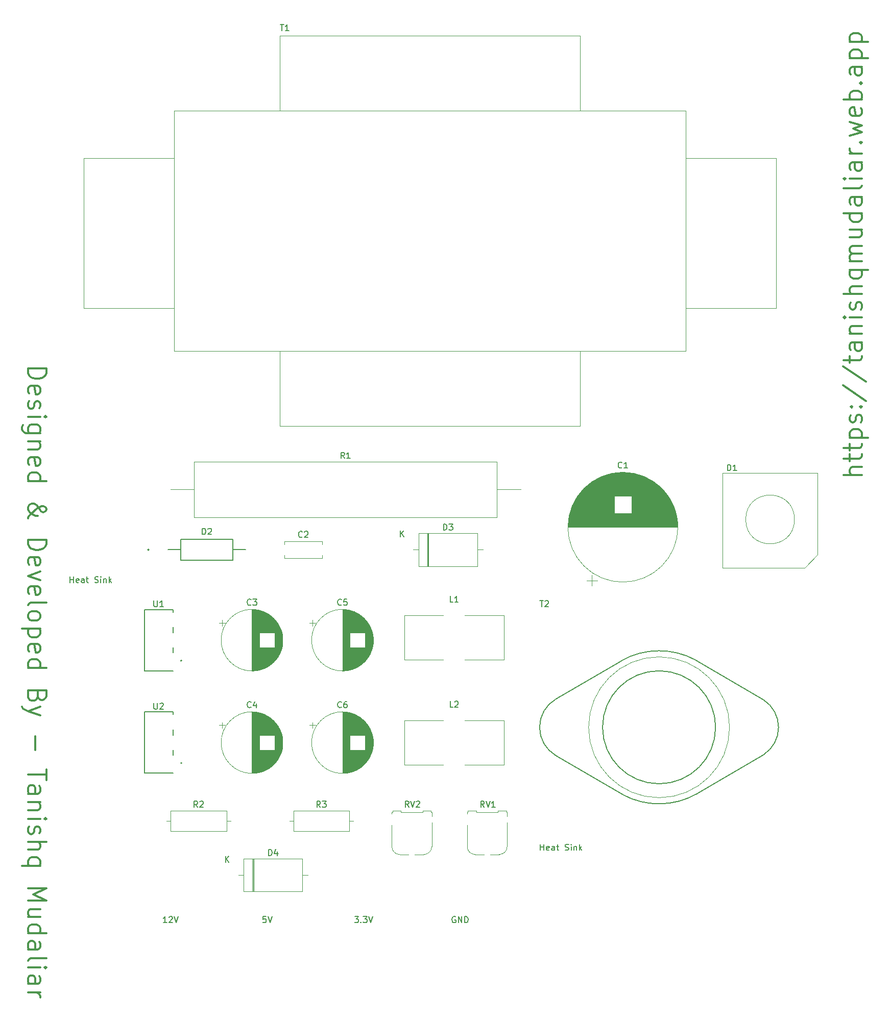
<source format=gbr>
%TF.GenerationSoftware,KiCad,Pcbnew,7.0.7*%
%TF.CreationDate,2023-12-20T01:36:47+05:30*%
%TF.ProjectId,Power Supply,506f7765-7220-4537-9570-706c792e6b69,rev?*%
%TF.SameCoordinates,Original*%
%TF.FileFunction,Legend,Top*%
%TF.FilePolarity,Positive*%
%FSLAX46Y46*%
G04 Gerber Fmt 4.6, Leading zero omitted, Abs format (unit mm)*
G04 Created by KiCad (PCBNEW 7.0.7) date 2023-12-20 01:36:47*
%MOMM*%
%LPD*%
G01*
G04 APERTURE LIST*
%ADD10C,0.150000*%
%ADD11C,0.300000*%
%ADD12C,0.200000*%
%ADD13C,0.127000*%
%ADD14C,0.120000*%
%ADD15C,0.100000*%
%ADD16C,0.152400*%
%ADD17C,0.050800*%
G04 APERTURE END LIST*
D10*
X76336779Y-111454819D02*
X76336779Y-110454819D01*
X76336779Y-110931009D02*
X76908207Y-110931009D01*
X76908207Y-111454819D02*
X76908207Y-110454819D01*
X77765350Y-111407200D02*
X77670112Y-111454819D01*
X77670112Y-111454819D02*
X77479636Y-111454819D01*
X77479636Y-111454819D02*
X77384398Y-111407200D01*
X77384398Y-111407200D02*
X77336779Y-111311961D01*
X77336779Y-111311961D02*
X77336779Y-110931009D01*
X77336779Y-110931009D02*
X77384398Y-110835771D01*
X77384398Y-110835771D02*
X77479636Y-110788152D01*
X77479636Y-110788152D02*
X77670112Y-110788152D01*
X77670112Y-110788152D02*
X77765350Y-110835771D01*
X77765350Y-110835771D02*
X77812969Y-110931009D01*
X77812969Y-110931009D02*
X77812969Y-111026247D01*
X77812969Y-111026247D02*
X77336779Y-111121485D01*
X78670112Y-111454819D02*
X78670112Y-110931009D01*
X78670112Y-110931009D02*
X78622493Y-110835771D01*
X78622493Y-110835771D02*
X78527255Y-110788152D01*
X78527255Y-110788152D02*
X78336779Y-110788152D01*
X78336779Y-110788152D02*
X78241541Y-110835771D01*
X78670112Y-111407200D02*
X78574874Y-111454819D01*
X78574874Y-111454819D02*
X78336779Y-111454819D01*
X78336779Y-111454819D02*
X78241541Y-111407200D01*
X78241541Y-111407200D02*
X78193922Y-111311961D01*
X78193922Y-111311961D02*
X78193922Y-111216723D01*
X78193922Y-111216723D02*
X78241541Y-111121485D01*
X78241541Y-111121485D02*
X78336779Y-111073866D01*
X78336779Y-111073866D02*
X78574874Y-111073866D01*
X78574874Y-111073866D02*
X78670112Y-111026247D01*
X79003446Y-110788152D02*
X79384398Y-110788152D01*
X79146303Y-110454819D02*
X79146303Y-111311961D01*
X79146303Y-111311961D02*
X79193922Y-111407200D01*
X79193922Y-111407200D02*
X79289160Y-111454819D01*
X79289160Y-111454819D02*
X79384398Y-111454819D01*
X80432018Y-111407200D02*
X80574875Y-111454819D01*
X80574875Y-111454819D02*
X80812970Y-111454819D01*
X80812970Y-111454819D02*
X80908208Y-111407200D01*
X80908208Y-111407200D02*
X80955827Y-111359580D01*
X80955827Y-111359580D02*
X81003446Y-111264342D01*
X81003446Y-111264342D02*
X81003446Y-111169104D01*
X81003446Y-111169104D02*
X80955827Y-111073866D01*
X80955827Y-111073866D02*
X80908208Y-111026247D01*
X80908208Y-111026247D02*
X80812970Y-110978628D01*
X80812970Y-110978628D02*
X80622494Y-110931009D01*
X80622494Y-110931009D02*
X80527256Y-110883390D01*
X80527256Y-110883390D02*
X80479637Y-110835771D01*
X80479637Y-110835771D02*
X80432018Y-110740533D01*
X80432018Y-110740533D02*
X80432018Y-110645295D01*
X80432018Y-110645295D02*
X80479637Y-110550057D01*
X80479637Y-110550057D02*
X80527256Y-110502438D01*
X80527256Y-110502438D02*
X80622494Y-110454819D01*
X80622494Y-110454819D02*
X80860589Y-110454819D01*
X80860589Y-110454819D02*
X81003446Y-110502438D01*
X81432018Y-111454819D02*
X81432018Y-110788152D01*
X81432018Y-110454819D02*
X81384399Y-110502438D01*
X81384399Y-110502438D02*
X81432018Y-110550057D01*
X81432018Y-110550057D02*
X81479637Y-110502438D01*
X81479637Y-110502438D02*
X81432018Y-110454819D01*
X81432018Y-110454819D02*
X81432018Y-110550057D01*
X81908208Y-110788152D02*
X81908208Y-111454819D01*
X81908208Y-110883390D02*
X81955827Y-110835771D01*
X81955827Y-110835771D02*
X82051065Y-110788152D01*
X82051065Y-110788152D02*
X82193922Y-110788152D01*
X82193922Y-110788152D02*
X82289160Y-110835771D01*
X82289160Y-110835771D02*
X82336779Y-110931009D01*
X82336779Y-110931009D02*
X82336779Y-111454819D01*
X82812970Y-111454819D02*
X82812970Y-110454819D01*
X82908208Y-111073866D02*
X83193922Y-111454819D01*
X83193922Y-110788152D02*
X82812970Y-111169104D01*
X154336779Y-155869819D02*
X154336779Y-154869819D01*
X154336779Y-155346009D02*
X154908207Y-155346009D01*
X154908207Y-155869819D02*
X154908207Y-154869819D01*
X155765350Y-155822200D02*
X155670112Y-155869819D01*
X155670112Y-155869819D02*
X155479636Y-155869819D01*
X155479636Y-155869819D02*
X155384398Y-155822200D01*
X155384398Y-155822200D02*
X155336779Y-155726961D01*
X155336779Y-155726961D02*
X155336779Y-155346009D01*
X155336779Y-155346009D02*
X155384398Y-155250771D01*
X155384398Y-155250771D02*
X155479636Y-155203152D01*
X155479636Y-155203152D02*
X155670112Y-155203152D01*
X155670112Y-155203152D02*
X155765350Y-155250771D01*
X155765350Y-155250771D02*
X155812969Y-155346009D01*
X155812969Y-155346009D02*
X155812969Y-155441247D01*
X155812969Y-155441247D02*
X155336779Y-155536485D01*
X156670112Y-155869819D02*
X156670112Y-155346009D01*
X156670112Y-155346009D02*
X156622493Y-155250771D01*
X156622493Y-155250771D02*
X156527255Y-155203152D01*
X156527255Y-155203152D02*
X156336779Y-155203152D01*
X156336779Y-155203152D02*
X156241541Y-155250771D01*
X156670112Y-155822200D02*
X156574874Y-155869819D01*
X156574874Y-155869819D02*
X156336779Y-155869819D01*
X156336779Y-155869819D02*
X156241541Y-155822200D01*
X156241541Y-155822200D02*
X156193922Y-155726961D01*
X156193922Y-155726961D02*
X156193922Y-155631723D01*
X156193922Y-155631723D02*
X156241541Y-155536485D01*
X156241541Y-155536485D02*
X156336779Y-155488866D01*
X156336779Y-155488866D02*
X156574874Y-155488866D01*
X156574874Y-155488866D02*
X156670112Y-155441247D01*
X157003446Y-155203152D02*
X157384398Y-155203152D01*
X157146303Y-154869819D02*
X157146303Y-155726961D01*
X157146303Y-155726961D02*
X157193922Y-155822200D01*
X157193922Y-155822200D02*
X157289160Y-155869819D01*
X157289160Y-155869819D02*
X157384398Y-155869819D01*
X158432018Y-155822200D02*
X158574875Y-155869819D01*
X158574875Y-155869819D02*
X158812970Y-155869819D01*
X158812970Y-155869819D02*
X158908208Y-155822200D01*
X158908208Y-155822200D02*
X158955827Y-155774580D01*
X158955827Y-155774580D02*
X159003446Y-155679342D01*
X159003446Y-155679342D02*
X159003446Y-155584104D01*
X159003446Y-155584104D02*
X158955827Y-155488866D01*
X158955827Y-155488866D02*
X158908208Y-155441247D01*
X158908208Y-155441247D02*
X158812970Y-155393628D01*
X158812970Y-155393628D02*
X158622494Y-155346009D01*
X158622494Y-155346009D02*
X158527256Y-155298390D01*
X158527256Y-155298390D02*
X158479637Y-155250771D01*
X158479637Y-155250771D02*
X158432018Y-155155533D01*
X158432018Y-155155533D02*
X158432018Y-155060295D01*
X158432018Y-155060295D02*
X158479637Y-154965057D01*
X158479637Y-154965057D02*
X158527256Y-154917438D01*
X158527256Y-154917438D02*
X158622494Y-154869819D01*
X158622494Y-154869819D02*
X158860589Y-154869819D01*
X158860589Y-154869819D02*
X159003446Y-154917438D01*
X159432018Y-155869819D02*
X159432018Y-155203152D01*
X159432018Y-154869819D02*
X159384399Y-154917438D01*
X159384399Y-154917438D02*
X159432018Y-154965057D01*
X159432018Y-154965057D02*
X159479637Y-154917438D01*
X159479637Y-154917438D02*
X159432018Y-154869819D01*
X159432018Y-154869819D02*
X159432018Y-154965057D01*
X159908208Y-155203152D02*
X159908208Y-155869819D01*
X159908208Y-155298390D02*
X159955827Y-155250771D01*
X159955827Y-155250771D02*
X160051065Y-155203152D01*
X160051065Y-155203152D02*
X160193922Y-155203152D01*
X160193922Y-155203152D02*
X160289160Y-155250771D01*
X160289160Y-155250771D02*
X160336779Y-155346009D01*
X160336779Y-155346009D02*
X160336779Y-155869819D01*
X160812970Y-155869819D02*
X160812970Y-154869819D01*
X160908208Y-155488866D02*
X161193922Y-155869819D01*
X161193922Y-155203152D02*
X160812970Y-155584104D01*
X92380952Y-167869819D02*
X91809524Y-167869819D01*
X92095238Y-167869819D02*
X92095238Y-166869819D01*
X92095238Y-166869819D02*
X92000000Y-167012676D01*
X92000000Y-167012676D02*
X91904762Y-167107914D01*
X91904762Y-167107914D02*
X91809524Y-167155533D01*
X92761905Y-166965057D02*
X92809524Y-166917438D01*
X92809524Y-166917438D02*
X92904762Y-166869819D01*
X92904762Y-166869819D02*
X93142857Y-166869819D01*
X93142857Y-166869819D02*
X93238095Y-166917438D01*
X93238095Y-166917438D02*
X93285714Y-166965057D01*
X93285714Y-166965057D02*
X93333333Y-167060295D01*
X93333333Y-167060295D02*
X93333333Y-167155533D01*
X93333333Y-167155533D02*
X93285714Y-167298390D01*
X93285714Y-167298390D02*
X92714286Y-167869819D01*
X92714286Y-167869819D02*
X93333333Y-167869819D01*
X93619048Y-166869819D02*
X93952381Y-167869819D01*
X93952381Y-167869819D02*
X94285714Y-166869819D01*
X185336779Y-92869819D02*
X185336779Y-91869819D01*
X185336779Y-91869819D02*
X185574874Y-91869819D01*
X185574874Y-91869819D02*
X185717731Y-91917438D01*
X185717731Y-91917438D02*
X185812969Y-92012676D01*
X185812969Y-92012676D02*
X185860588Y-92107914D01*
X185860588Y-92107914D02*
X185908207Y-92298390D01*
X185908207Y-92298390D02*
X185908207Y-92441247D01*
X185908207Y-92441247D02*
X185860588Y-92631723D01*
X185860588Y-92631723D02*
X185812969Y-92726961D01*
X185812969Y-92726961D02*
X185717731Y-92822200D01*
X185717731Y-92822200D02*
X185574874Y-92869819D01*
X185574874Y-92869819D02*
X185336779Y-92869819D01*
X186860588Y-92869819D02*
X186289160Y-92869819D01*
X186574874Y-92869819D02*
X186574874Y-91869819D01*
X186574874Y-91869819D02*
X186479636Y-92012676D01*
X186479636Y-92012676D02*
X186384398Y-92107914D01*
X186384398Y-92107914D02*
X186289160Y-92155533D01*
X111193922Y-18869819D02*
X111765350Y-18869819D01*
X111479636Y-19869819D02*
X111479636Y-18869819D01*
X112622493Y-19869819D02*
X112051065Y-19869819D01*
X112336779Y-19869819D02*
X112336779Y-18869819D01*
X112336779Y-18869819D02*
X112241541Y-19012676D01*
X112241541Y-19012676D02*
X112146303Y-19107914D01*
X112146303Y-19107914D02*
X112051065Y-19155533D01*
X123523810Y-166869819D02*
X124142857Y-166869819D01*
X124142857Y-166869819D02*
X123809524Y-167250771D01*
X123809524Y-167250771D02*
X123952381Y-167250771D01*
X123952381Y-167250771D02*
X124047619Y-167298390D01*
X124047619Y-167298390D02*
X124095238Y-167346009D01*
X124095238Y-167346009D02*
X124142857Y-167441247D01*
X124142857Y-167441247D02*
X124142857Y-167679342D01*
X124142857Y-167679342D02*
X124095238Y-167774580D01*
X124095238Y-167774580D02*
X124047619Y-167822200D01*
X124047619Y-167822200D02*
X123952381Y-167869819D01*
X123952381Y-167869819D02*
X123666667Y-167869819D01*
X123666667Y-167869819D02*
X123571429Y-167822200D01*
X123571429Y-167822200D02*
X123523810Y-167774580D01*
X124571429Y-167774580D02*
X124619048Y-167822200D01*
X124619048Y-167822200D02*
X124571429Y-167869819D01*
X124571429Y-167869819D02*
X124523810Y-167822200D01*
X124523810Y-167822200D02*
X124571429Y-167774580D01*
X124571429Y-167774580D02*
X124571429Y-167869819D01*
X124952381Y-166869819D02*
X125571428Y-166869819D01*
X125571428Y-166869819D02*
X125238095Y-167250771D01*
X125238095Y-167250771D02*
X125380952Y-167250771D01*
X125380952Y-167250771D02*
X125476190Y-167298390D01*
X125476190Y-167298390D02*
X125523809Y-167346009D01*
X125523809Y-167346009D02*
X125571428Y-167441247D01*
X125571428Y-167441247D02*
X125571428Y-167679342D01*
X125571428Y-167679342D02*
X125523809Y-167774580D01*
X125523809Y-167774580D02*
X125476190Y-167822200D01*
X125476190Y-167822200D02*
X125380952Y-167869819D01*
X125380952Y-167869819D02*
X125095238Y-167869819D01*
X125095238Y-167869819D02*
X125000000Y-167822200D01*
X125000000Y-167822200D02*
X124952381Y-167774580D01*
X125857143Y-166869819D02*
X126190476Y-167869819D01*
X126190476Y-167869819D02*
X126523809Y-166869819D01*
D11*
X69382742Y-75911653D02*
X72382742Y-75911653D01*
X72382742Y-75911653D02*
X72382742Y-76625939D01*
X72382742Y-76625939D02*
X72239885Y-77054510D01*
X72239885Y-77054510D02*
X71954171Y-77340225D01*
X71954171Y-77340225D02*
X71668457Y-77483082D01*
X71668457Y-77483082D02*
X71097028Y-77625939D01*
X71097028Y-77625939D02*
X70668457Y-77625939D01*
X70668457Y-77625939D02*
X70097028Y-77483082D01*
X70097028Y-77483082D02*
X69811314Y-77340225D01*
X69811314Y-77340225D02*
X69525600Y-77054510D01*
X69525600Y-77054510D02*
X69382742Y-76625939D01*
X69382742Y-76625939D02*
X69382742Y-75911653D01*
X69525600Y-80054510D02*
X69382742Y-79768796D01*
X69382742Y-79768796D02*
X69382742Y-79197368D01*
X69382742Y-79197368D02*
X69525600Y-78911653D01*
X69525600Y-78911653D02*
X69811314Y-78768796D01*
X69811314Y-78768796D02*
X70954171Y-78768796D01*
X70954171Y-78768796D02*
X71239885Y-78911653D01*
X71239885Y-78911653D02*
X71382742Y-79197368D01*
X71382742Y-79197368D02*
X71382742Y-79768796D01*
X71382742Y-79768796D02*
X71239885Y-80054510D01*
X71239885Y-80054510D02*
X70954171Y-80197368D01*
X70954171Y-80197368D02*
X70668457Y-80197368D01*
X70668457Y-80197368D02*
X70382742Y-78768796D01*
X69525600Y-81340225D02*
X69382742Y-81625939D01*
X69382742Y-81625939D02*
X69382742Y-82197368D01*
X69382742Y-82197368D02*
X69525600Y-82483082D01*
X69525600Y-82483082D02*
X69811314Y-82625939D01*
X69811314Y-82625939D02*
X69954171Y-82625939D01*
X69954171Y-82625939D02*
X70239885Y-82483082D01*
X70239885Y-82483082D02*
X70382742Y-82197368D01*
X70382742Y-82197368D02*
X70382742Y-81768797D01*
X70382742Y-81768797D02*
X70525600Y-81483082D01*
X70525600Y-81483082D02*
X70811314Y-81340225D01*
X70811314Y-81340225D02*
X70954171Y-81340225D01*
X70954171Y-81340225D02*
X71239885Y-81483082D01*
X71239885Y-81483082D02*
X71382742Y-81768797D01*
X71382742Y-81768797D02*
X71382742Y-82197368D01*
X71382742Y-82197368D02*
X71239885Y-82483082D01*
X69382742Y-83911653D02*
X71382742Y-83911653D01*
X72382742Y-83911653D02*
X72239885Y-83768796D01*
X72239885Y-83768796D02*
X72097028Y-83911653D01*
X72097028Y-83911653D02*
X72239885Y-84054510D01*
X72239885Y-84054510D02*
X72382742Y-83911653D01*
X72382742Y-83911653D02*
X72097028Y-83911653D01*
X71382742Y-86625939D02*
X68954171Y-86625939D01*
X68954171Y-86625939D02*
X68668457Y-86483081D01*
X68668457Y-86483081D02*
X68525600Y-86340224D01*
X68525600Y-86340224D02*
X68382742Y-86054510D01*
X68382742Y-86054510D02*
X68382742Y-85625939D01*
X68382742Y-85625939D02*
X68525600Y-85340224D01*
X69525600Y-86625939D02*
X69382742Y-86340224D01*
X69382742Y-86340224D02*
X69382742Y-85768796D01*
X69382742Y-85768796D02*
X69525600Y-85483081D01*
X69525600Y-85483081D02*
X69668457Y-85340224D01*
X69668457Y-85340224D02*
X69954171Y-85197367D01*
X69954171Y-85197367D02*
X70811314Y-85197367D01*
X70811314Y-85197367D02*
X71097028Y-85340224D01*
X71097028Y-85340224D02*
X71239885Y-85483081D01*
X71239885Y-85483081D02*
X71382742Y-85768796D01*
X71382742Y-85768796D02*
X71382742Y-86340224D01*
X71382742Y-86340224D02*
X71239885Y-86625939D01*
X71382742Y-88054510D02*
X69382742Y-88054510D01*
X71097028Y-88054510D02*
X71239885Y-88197367D01*
X71239885Y-88197367D02*
X71382742Y-88483082D01*
X71382742Y-88483082D02*
X71382742Y-88911653D01*
X71382742Y-88911653D02*
X71239885Y-89197367D01*
X71239885Y-89197367D02*
X70954171Y-89340225D01*
X70954171Y-89340225D02*
X69382742Y-89340225D01*
X69525600Y-91911653D02*
X69382742Y-91625939D01*
X69382742Y-91625939D02*
X69382742Y-91054511D01*
X69382742Y-91054511D02*
X69525600Y-90768796D01*
X69525600Y-90768796D02*
X69811314Y-90625939D01*
X69811314Y-90625939D02*
X70954171Y-90625939D01*
X70954171Y-90625939D02*
X71239885Y-90768796D01*
X71239885Y-90768796D02*
X71382742Y-91054511D01*
X71382742Y-91054511D02*
X71382742Y-91625939D01*
X71382742Y-91625939D02*
X71239885Y-91911653D01*
X71239885Y-91911653D02*
X70954171Y-92054511D01*
X70954171Y-92054511D02*
X70668457Y-92054511D01*
X70668457Y-92054511D02*
X70382742Y-90625939D01*
X69382742Y-94625940D02*
X72382742Y-94625940D01*
X69525600Y-94625940D02*
X69382742Y-94340225D01*
X69382742Y-94340225D02*
X69382742Y-93768797D01*
X69382742Y-93768797D02*
X69525600Y-93483082D01*
X69525600Y-93483082D02*
X69668457Y-93340225D01*
X69668457Y-93340225D02*
X69954171Y-93197368D01*
X69954171Y-93197368D02*
X70811314Y-93197368D01*
X70811314Y-93197368D02*
X71097028Y-93340225D01*
X71097028Y-93340225D02*
X71239885Y-93483082D01*
X71239885Y-93483082D02*
X71382742Y-93768797D01*
X71382742Y-93768797D02*
X71382742Y-94340225D01*
X71382742Y-94340225D02*
X71239885Y-94625940D01*
X69382742Y-100768797D02*
X69382742Y-100625940D01*
X69382742Y-100625940D02*
X69525600Y-100340225D01*
X69525600Y-100340225D02*
X69954171Y-99911654D01*
X69954171Y-99911654D02*
X70811314Y-99197368D01*
X70811314Y-99197368D02*
X71239885Y-98911654D01*
X71239885Y-98911654D02*
X71668457Y-98768797D01*
X71668457Y-98768797D02*
X71954171Y-98768797D01*
X71954171Y-98768797D02*
X72239885Y-98911654D01*
X72239885Y-98911654D02*
X72382742Y-99197368D01*
X72382742Y-99197368D02*
X72382742Y-99340225D01*
X72382742Y-99340225D02*
X72239885Y-99625940D01*
X72239885Y-99625940D02*
X71954171Y-99768797D01*
X71954171Y-99768797D02*
X71811314Y-99768797D01*
X71811314Y-99768797D02*
X71525600Y-99625940D01*
X71525600Y-99625940D02*
X71382742Y-99483082D01*
X71382742Y-99483082D02*
X70811314Y-98625940D01*
X70811314Y-98625940D02*
X70668457Y-98483082D01*
X70668457Y-98483082D02*
X70382742Y-98340225D01*
X70382742Y-98340225D02*
X69954171Y-98340225D01*
X69954171Y-98340225D02*
X69668457Y-98483082D01*
X69668457Y-98483082D02*
X69525600Y-98625940D01*
X69525600Y-98625940D02*
X69382742Y-98911654D01*
X69382742Y-98911654D02*
X69382742Y-99340225D01*
X69382742Y-99340225D02*
X69525600Y-99625940D01*
X69525600Y-99625940D02*
X69668457Y-99768797D01*
X69668457Y-99768797D02*
X70239885Y-100197368D01*
X70239885Y-100197368D02*
X70668457Y-100340225D01*
X70668457Y-100340225D02*
X70954171Y-100340225D01*
X69382742Y-104340225D02*
X72382742Y-104340225D01*
X72382742Y-104340225D02*
X72382742Y-105054511D01*
X72382742Y-105054511D02*
X72239885Y-105483082D01*
X72239885Y-105483082D02*
X71954171Y-105768797D01*
X71954171Y-105768797D02*
X71668457Y-105911654D01*
X71668457Y-105911654D02*
X71097028Y-106054511D01*
X71097028Y-106054511D02*
X70668457Y-106054511D01*
X70668457Y-106054511D02*
X70097028Y-105911654D01*
X70097028Y-105911654D02*
X69811314Y-105768797D01*
X69811314Y-105768797D02*
X69525600Y-105483082D01*
X69525600Y-105483082D02*
X69382742Y-105054511D01*
X69382742Y-105054511D02*
X69382742Y-104340225D01*
X69525600Y-108483082D02*
X69382742Y-108197368D01*
X69382742Y-108197368D02*
X69382742Y-107625940D01*
X69382742Y-107625940D02*
X69525600Y-107340225D01*
X69525600Y-107340225D02*
X69811314Y-107197368D01*
X69811314Y-107197368D02*
X70954171Y-107197368D01*
X70954171Y-107197368D02*
X71239885Y-107340225D01*
X71239885Y-107340225D02*
X71382742Y-107625940D01*
X71382742Y-107625940D02*
X71382742Y-108197368D01*
X71382742Y-108197368D02*
X71239885Y-108483082D01*
X71239885Y-108483082D02*
X70954171Y-108625940D01*
X70954171Y-108625940D02*
X70668457Y-108625940D01*
X70668457Y-108625940D02*
X70382742Y-107197368D01*
X71382742Y-109625940D02*
X69382742Y-110340226D01*
X69382742Y-110340226D02*
X71382742Y-111054511D01*
X69525600Y-113340225D02*
X69382742Y-113054511D01*
X69382742Y-113054511D02*
X69382742Y-112483083D01*
X69382742Y-112483083D02*
X69525600Y-112197368D01*
X69525600Y-112197368D02*
X69811314Y-112054511D01*
X69811314Y-112054511D02*
X70954171Y-112054511D01*
X70954171Y-112054511D02*
X71239885Y-112197368D01*
X71239885Y-112197368D02*
X71382742Y-112483083D01*
X71382742Y-112483083D02*
X71382742Y-113054511D01*
X71382742Y-113054511D02*
X71239885Y-113340225D01*
X71239885Y-113340225D02*
X70954171Y-113483083D01*
X70954171Y-113483083D02*
X70668457Y-113483083D01*
X70668457Y-113483083D02*
X70382742Y-112054511D01*
X69382742Y-115197369D02*
X69525600Y-114911654D01*
X69525600Y-114911654D02*
X69811314Y-114768797D01*
X69811314Y-114768797D02*
X72382742Y-114768797D01*
X69382742Y-116768798D02*
X69525600Y-116483083D01*
X69525600Y-116483083D02*
X69668457Y-116340226D01*
X69668457Y-116340226D02*
X69954171Y-116197369D01*
X69954171Y-116197369D02*
X70811314Y-116197369D01*
X70811314Y-116197369D02*
X71097028Y-116340226D01*
X71097028Y-116340226D02*
X71239885Y-116483083D01*
X71239885Y-116483083D02*
X71382742Y-116768798D01*
X71382742Y-116768798D02*
X71382742Y-117197369D01*
X71382742Y-117197369D02*
X71239885Y-117483083D01*
X71239885Y-117483083D02*
X71097028Y-117625941D01*
X71097028Y-117625941D02*
X70811314Y-117768798D01*
X70811314Y-117768798D02*
X69954171Y-117768798D01*
X69954171Y-117768798D02*
X69668457Y-117625941D01*
X69668457Y-117625941D02*
X69525600Y-117483083D01*
X69525600Y-117483083D02*
X69382742Y-117197369D01*
X69382742Y-117197369D02*
X69382742Y-116768798D01*
X71382742Y-119054512D02*
X68382742Y-119054512D01*
X71239885Y-119054512D02*
X71382742Y-119340227D01*
X71382742Y-119340227D02*
X71382742Y-119911655D01*
X71382742Y-119911655D02*
X71239885Y-120197369D01*
X71239885Y-120197369D02*
X71097028Y-120340227D01*
X71097028Y-120340227D02*
X70811314Y-120483084D01*
X70811314Y-120483084D02*
X69954171Y-120483084D01*
X69954171Y-120483084D02*
X69668457Y-120340227D01*
X69668457Y-120340227D02*
X69525600Y-120197369D01*
X69525600Y-120197369D02*
X69382742Y-119911655D01*
X69382742Y-119911655D02*
X69382742Y-119340227D01*
X69382742Y-119340227D02*
X69525600Y-119054512D01*
X69525600Y-122911655D02*
X69382742Y-122625941D01*
X69382742Y-122625941D02*
X69382742Y-122054513D01*
X69382742Y-122054513D02*
X69525600Y-121768798D01*
X69525600Y-121768798D02*
X69811314Y-121625941D01*
X69811314Y-121625941D02*
X70954171Y-121625941D01*
X70954171Y-121625941D02*
X71239885Y-121768798D01*
X71239885Y-121768798D02*
X71382742Y-122054513D01*
X71382742Y-122054513D02*
X71382742Y-122625941D01*
X71382742Y-122625941D02*
X71239885Y-122911655D01*
X71239885Y-122911655D02*
X70954171Y-123054513D01*
X70954171Y-123054513D02*
X70668457Y-123054513D01*
X70668457Y-123054513D02*
X70382742Y-121625941D01*
X69382742Y-125625942D02*
X72382742Y-125625942D01*
X69525600Y-125625942D02*
X69382742Y-125340227D01*
X69382742Y-125340227D02*
X69382742Y-124768799D01*
X69382742Y-124768799D02*
X69525600Y-124483084D01*
X69525600Y-124483084D02*
X69668457Y-124340227D01*
X69668457Y-124340227D02*
X69954171Y-124197370D01*
X69954171Y-124197370D02*
X70811314Y-124197370D01*
X70811314Y-124197370D02*
X71097028Y-124340227D01*
X71097028Y-124340227D02*
X71239885Y-124483084D01*
X71239885Y-124483084D02*
X71382742Y-124768799D01*
X71382742Y-124768799D02*
X71382742Y-125340227D01*
X71382742Y-125340227D02*
X71239885Y-125625942D01*
X70954171Y-130340227D02*
X70811314Y-130768799D01*
X70811314Y-130768799D02*
X70668457Y-130911656D01*
X70668457Y-130911656D02*
X70382742Y-131054513D01*
X70382742Y-131054513D02*
X69954171Y-131054513D01*
X69954171Y-131054513D02*
X69668457Y-130911656D01*
X69668457Y-130911656D02*
X69525600Y-130768799D01*
X69525600Y-130768799D02*
X69382742Y-130483084D01*
X69382742Y-130483084D02*
X69382742Y-129340227D01*
X69382742Y-129340227D02*
X72382742Y-129340227D01*
X72382742Y-129340227D02*
X72382742Y-130340227D01*
X72382742Y-130340227D02*
X72239885Y-130625942D01*
X72239885Y-130625942D02*
X72097028Y-130768799D01*
X72097028Y-130768799D02*
X71811314Y-130911656D01*
X71811314Y-130911656D02*
X71525600Y-130911656D01*
X71525600Y-130911656D02*
X71239885Y-130768799D01*
X71239885Y-130768799D02*
X71097028Y-130625942D01*
X71097028Y-130625942D02*
X70954171Y-130340227D01*
X70954171Y-130340227D02*
X70954171Y-129340227D01*
X71382742Y-132054513D02*
X69382742Y-132768799D01*
X71382742Y-133483084D02*
X69382742Y-132768799D01*
X69382742Y-132768799D02*
X68668457Y-132483084D01*
X68668457Y-132483084D02*
X68525600Y-132340227D01*
X68525600Y-132340227D02*
X68382742Y-132054513D01*
X70525600Y-136911655D02*
X70525600Y-139197370D01*
X72382742Y-142483084D02*
X72382742Y-144197370D01*
X69382742Y-143340227D02*
X72382742Y-143340227D01*
X69382742Y-146483084D02*
X70954171Y-146483084D01*
X70954171Y-146483084D02*
X71239885Y-146340226D01*
X71239885Y-146340226D02*
X71382742Y-146054512D01*
X71382742Y-146054512D02*
X71382742Y-145483084D01*
X71382742Y-145483084D02*
X71239885Y-145197369D01*
X69525600Y-146483084D02*
X69382742Y-146197369D01*
X69382742Y-146197369D02*
X69382742Y-145483084D01*
X69382742Y-145483084D02*
X69525600Y-145197369D01*
X69525600Y-145197369D02*
X69811314Y-145054512D01*
X69811314Y-145054512D02*
X70097028Y-145054512D01*
X70097028Y-145054512D02*
X70382742Y-145197369D01*
X70382742Y-145197369D02*
X70525600Y-145483084D01*
X70525600Y-145483084D02*
X70525600Y-146197369D01*
X70525600Y-146197369D02*
X70668457Y-146483084D01*
X71382742Y-147911655D02*
X69382742Y-147911655D01*
X71097028Y-147911655D02*
X71239885Y-148054512D01*
X71239885Y-148054512D02*
X71382742Y-148340227D01*
X71382742Y-148340227D02*
X71382742Y-148768798D01*
X71382742Y-148768798D02*
X71239885Y-149054512D01*
X71239885Y-149054512D02*
X70954171Y-149197370D01*
X70954171Y-149197370D02*
X69382742Y-149197370D01*
X69382742Y-150625941D02*
X71382742Y-150625941D01*
X72382742Y-150625941D02*
X72239885Y-150483084D01*
X72239885Y-150483084D02*
X72097028Y-150625941D01*
X72097028Y-150625941D02*
X72239885Y-150768798D01*
X72239885Y-150768798D02*
X72382742Y-150625941D01*
X72382742Y-150625941D02*
X72097028Y-150625941D01*
X69525600Y-151911655D02*
X69382742Y-152197369D01*
X69382742Y-152197369D02*
X69382742Y-152768798D01*
X69382742Y-152768798D02*
X69525600Y-153054512D01*
X69525600Y-153054512D02*
X69811314Y-153197369D01*
X69811314Y-153197369D02*
X69954171Y-153197369D01*
X69954171Y-153197369D02*
X70239885Y-153054512D01*
X70239885Y-153054512D02*
X70382742Y-152768798D01*
X70382742Y-152768798D02*
X70382742Y-152340227D01*
X70382742Y-152340227D02*
X70525600Y-152054512D01*
X70525600Y-152054512D02*
X70811314Y-151911655D01*
X70811314Y-151911655D02*
X70954171Y-151911655D01*
X70954171Y-151911655D02*
X71239885Y-152054512D01*
X71239885Y-152054512D02*
X71382742Y-152340227D01*
X71382742Y-152340227D02*
X71382742Y-152768798D01*
X71382742Y-152768798D02*
X71239885Y-153054512D01*
X69382742Y-154483083D02*
X72382742Y-154483083D01*
X69382742Y-155768798D02*
X70954171Y-155768798D01*
X70954171Y-155768798D02*
X71239885Y-155625940D01*
X71239885Y-155625940D02*
X71382742Y-155340226D01*
X71382742Y-155340226D02*
X71382742Y-154911655D01*
X71382742Y-154911655D02*
X71239885Y-154625940D01*
X71239885Y-154625940D02*
X71097028Y-154483083D01*
X71382742Y-158483084D02*
X68382742Y-158483084D01*
X69525600Y-158483084D02*
X69382742Y-158197369D01*
X69382742Y-158197369D02*
X69382742Y-157625941D01*
X69382742Y-157625941D02*
X69525600Y-157340226D01*
X69525600Y-157340226D02*
X69668457Y-157197369D01*
X69668457Y-157197369D02*
X69954171Y-157054512D01*
X69954171Y-157054512D02*
X70811314Y-157054512D01*
X70811314Y-157054512D02*
X71097028Y-157197369D01*
X71097028Y-157197369D02*
X71239885Y-157340226D01*
X71239885Y-157340226D02*
X71382742Y-157625941D01*
X71382742Y-157625941D02*
X71382742Y-158197369D01*
X71382742Y-158197369D02*
X71239885Y-158483084D01*
X69382742Y-162197369D02*
X72382742Y-162197369D01*
X72382742Y-162197369D02*
X70239885Y-163197369D01*
X70239885Y-163197369D02*
X72382742Y-164197369D01*
X72382742Y-164197369D02*
X69382742Y-164197369D01*
X71382742Y-166911655D02*
X69382742Y-166911655D01*
X71382742Y-165625940D02*
X69811314Y-165625940D01*
X69811314Y-165625940D02*
X69525600Y-165768797D01*
X69525600Y-165768797D02*
X69382742Y-166054512D01*
X69382742Y-166054512D02*
X69382742Y-166483083D01*
X69382742Y-166483083D02*
X69525600Y-166768797D01*
X69525600Y-166768797D02*
X69668457Y-166911655D01*
X69382742Y-169625941D02*
X72382742Y-169625941D01*
X69525600Y-169625941D02*
X69382742Y-169340226D01*
X69382742Y-169340226D02*
X69382742Y-168768798D01*
X69382742Y-168768798D02*
X69525600Y-168483083D01*
X69525600Y-168483083D02*
X69668457Y-168340226D01*
X69668457Y-168340226D02*
X69954171Y-168197369D01*
X69954171Y-168197369D02*
X70811314Y-168197369D01*
X70811314Y-168197369D02*
X71097028Y-168340226D01*
X71097028Y-168340226D02*
X71239885Y-168483083D01*
X71239885Y-168483083D02*
X71382742Y-168768798D01*
X71382742Y-168768798D02*
X71382742Y-169340226D01*
X71382742Y-169340226D02*
X71239885Y-169625941D01*
X69382742Y-172340227D02*
X70954171Y-172340227D01*
X70954171Y-172340227D02*
X71239885Y-172197369D01*
X71239885Y-172197369D02*
X71382742Y-171911655D01*
X71382742Y-171911655D02*
X71382742Y-171340227D01*
X71382742Y-171340227D02*
X71239885Y-171054512D01*
X69525600Y-172340227D02*
X69382742Y-172054512D01*
X69382742Y-172054512D02*
X69382742Y-171340227D01*
X69382742Y-171340227D02*
X69525600Y-171054512D01*
X69525600Y-171054512D02*
X69811314Y-170911655D01*
X69811314Y-170911655D02*
X70097028Y-170911655D01*
X70097028Y-170911655D02*
X70382742Y-171054512D01*
X70382742Y-171054512D02*
X70525600Y-171340227D01*
X70525600Y-171340227D02*
X70525600Y-172054512D01*
X70525600Y-172054512D02*
X70668457Y-172340227D01*
X69382742Y-174197370D02*
X69525600Y-173911655D01*
X69525600Y-173911655D02*
X69811314Y-173768798D01*
X69811314Y-173768798D02*
X72382742Y-173768798D01*
X69382742Y-175340227D02*
X71382742Y-175340227D01*
X72382742Y-175340227D02*
X72239885Y-175197370D01*
X72239885Y-175197370D02*
X72097028Y-175340227D01*
X72097028Y-175340227D02*
X72239885Y-175483084D01*
X72239885Y-175483084D02*
X72382742Y-175340227D01*
X72382742Y-175340227D02*
X72097028Y-175340227D01*
X69382742Y-178054513D02*
X70954171Y-178054513D01*
X70954171Y-178054513D02*
X71239885Y-177911655D01*
X71239885Y-177911655D02*
X71382742Y-177625941D01*
X71382742Y-177625941D02*
X71382742Y-177054513D01*
X71382742Y-177054513D02*
X71239885Y-176768798D01*
X69525600Y-178054513D02*
X69382742Y-177768798D01*
X69382742Y-177768798D02*
X69382742Y-177054513D01*
X69382742Y-177054513D02*
X69525600Y-176768798D01*
X69525600Y-176768798D02*
X69811314Y-176625941D01*
X69811314Y-176625941D02*
X70097028Y-176625941D01*
X70097028Y-176625941D02*
X70382742Y-176768798D01*
X70382742Y-176768798D02*
X70525600Y-177054513D01*
X70525600Y-177054513D02*
X70525600Y-177768798D01*
X70525600Y-177768798D02*
X70668457Y-178054513D01*
X69382742Y-179483084D02*
X71382742Y-179483084D01*
X70811314Y-179483084D02*
X71097028Y-179625941D01*
X71097028Y-179625941D02*
X71239885Y-179768799D01*
X71239885Y-179768799D02*
X71382742Y-180054513D01*
X71382742Y-180054513D02*
X71382742Y-180340227D01*
X207617257Y-93571429D02*
X204617257Y-93571429D01*
X207617257Y-92285715D02*
X206045828Y-92285715D01*
X206045828Y-92285715D02*
X205760114Y-92428572D01*
X205760114Y-92428572D02*
X205617257Y-92714286D01*
X205617257Y-92714286D02*
X205617257Y-93142857D01*
X205617257Y-93142857D02*
X205760114Y-93428572D01*
X205760114Y-93428572D02*
X205902971Y-93571429D01*
X205617257Y-91285714D02*
X205617257Y-90142857D01*
X204617257Y-90857143D02*
X207188685Y-90857143D01*
X207188685Y-90857143D02*
X207474400Y-90714286D01*
X207474400Y-90714286D02*
X207617257Y-90428571D01*
X207617257Y-90428571D02*
X207617257Y-90142857D01*
X205617257Y-89571428D02*
X205617257Y-88428571D01*
X204617257Y-89142857D02*
X207188685Y-89142857D01*
X207188685Y-89142857D02*
X207474400Y-89000000D01*
X207474400Y-89000000D02*
X207617257Y-88714285D01*
X207617257Y-88714285D02*
X207617257Y-88428571D01*
X205617257Y-87428571D02*
X208617257Y-87428571D01*
X205760114Y-87428571D02*
X205617257Y-87142857D01*
X205617257Y-87142857D02*
X205617257Y-86571428D01*
X205617257Y-86571428D02*
X205760114Y-86285714D01*
X205760114Y-86285714D02*
X205902971Y-86142857D01*
X205902971Y-86142857D02*
X206188685Y-85999999D01*
X206188685Y-85999999D02*
X207045828Y-85999999D01*
X207045828Y-85999999D02*
X207331542Y-86142857D01*
X207331542Y-86142857D02*
X207474400Y-86285714D01*
X207474400Y-86285714D02*
X207617257Y-86571428D01*
X207617257Y-86571428D02*
X207617257Y-87142857D01*
X207617257Y-87142857D02*
X207474400Y-87428571D01*
X207474400Y-84857142D02*
X207617257Y-84571428D01*
X207617257Y-84571428D02*
X207617257Y-83999999D01*
X207617257Y-83999999D02*
X207474400Y-83714285D01*
X207474400Y-83714285D02*
X207188685Y-83571428D01*
X207188685Y-83571428D02*
X207045828Y-83571428D01*
X207045828Y-83571428D02*
X206760114Y-83714285D01*
X206760114Y-83714285D02*
X206617257Y-83999999D01*
X206617257Y-83999999D02*
X206617257Y-84428571D01*
X206617257Y-84428571D02*
X206474400Y-84714285D01*
X206474400Y-84714285D02*
X206188685Y-84857142D01*
X206188685Y-84857142D02*
X206045828Y-84857142D01*
X206045828Y-84857142D02*
X205760114Y-84714285D01*
X205760114Y-84714285D02*
X205617257Y-84428571D01*
X205617257Y-84428571D02*
X205617257Y-83999999D01*
X205617257Y-83999999D02*
X205760114Y-83714285D01*
X207331542Y-82285714D02*
X207474400Y-82142857D01*
X207474400Y-82142857D02*
X207617257Y-82285714D01*
X207617257Y-82285714D02*
X207474400Y-82428571D01*
X207474400Y-82428571D02*
X207331542Y-82285714D01*
X207331542Y-82285714D02*
X207617257Y-82285714D01*
X205760114Y-82285714D02*
X205902971Y-82142857D01*
X205902971Y-82142857D02*
X206045828Y-82285714D01*
X206045828Y-82285714D02*
X205902971Y-82428571D01*
X205902971Y-82428571D02*
X205760114Y-82285714D01*
X205760114Y-82285714D02*
X206045828Y-82285714D01*
X204474400Y-78714286D02*
X208331542Y-81285714D01*
X204474400Y-75571429D02*
X208331542Y-78142857D01*
X205617257Y-75000000D02*
X205617257Y-73857143D01*
X204617257Y-74571429D02*
X207188685Y-74571429D01*
X207188685Y-74571429D02*
X207474400Y-74428572D01*
X207474400Y-74428572D02*
X207617257Y-74142857D01*
X207617257Y-74142857D02*
X207617257Y-73857143D01*
X207617257Y-71571429D02*
X206045828Y-71571429D01*
X206045828Y-71571429D02*
X205760114Y-71714286D01*
X205760114Y-71714286D02*
X205617257Y-72000000D01*
X205617257Y-72000000D02*
X205617257Y-72571429D01*
X205617257Y-72571429D02*
X205760114Y-72857143D01*
X207474400Y-71571429D02*
X207617257Y-71857143D01*
X207617257Y-71857143D02*
X207617257Y-72571429D01*
X207617257Y-72571429D02*
X207474400Y-72857143D01*
X207474400Y-72857143D02*
X207188685Y-73000000D01*
X207188685Y-73000000D02*
X206902971Y-73000000D01*
X206902971Y-73000000D02*
X206617257Y-72857143D01*
X206617257Y-72857143D02*
X206474400Y-72571429D01*
X206474400Y-72571429D02*
X206474400Y-71857143D01*
X206474400Y-71857143D02*
X206331542Y-71571429D01*
X205617257Y-70142857D02*
X207617257Y-70142857D01*
X205902971Y-70142857D02*
X205760114Y-70000000D01*
X205760114Y-70000000D02*
X205617257Y-69714285D01*
X205617257Y-69714285D02*
X205617257Y-69285714D01*
X205617257Y-69285714D02*
X205760114Y-69000000D01*
X205760114Y-69000000D02*
X206045828Y-68857143D01*
X206045828Y-68857143D02*
X207617257Y-68857143D01*
X207617257Y-67428571D02*
X205617257Y-67428571D01*
X204617257Y-67428571D02*
X204760114Y-67571428D01*
X204760114Y-67571428D02*
X204902971Y-67428571D01*
X204902971Y-67428571D02*
X204760114Y-67285714D01*
X204760114Y-67285714D02*
X204617257Y-67428571D01*
X204617257Y-67428571D02*
X204902971Y-67428571D01*
X207474400Y-66142857D02*
X207617257Y-65857143D01*
X207617257Y-65857143D02*
X207617257Y-65285714D01*
X207617257Y-65285714D02*
X207474400Y-65000000D01*
X207474400Y-65000000D02*
X207188685Y-64857143D01*
X207188685Y-64857143D02*
X207045828Y-64857143D01*
X207045828Y-64857143D02*
X206760114Y-65000000D01*
X206760114Y-65000000D02*
X206617257Y-65285714D01*
X206617257Y-65285714D02*
X206617257Y-65714286D01*
X206617257Y-65714286D02*
X206474400Y-66000000D01*
X206474400Y-66000000D02*
X206188685Y-66142857D01*
X206188685Y-66142857D02*
X206045828Y-66142857D01*
X206045828Y-66142857D02*
X205760114Y-66000000D01*
X205760114Y-66000000D02*
X205617257Y-65714286D01*
X205617257Y-65714286D02*
X205617257Y-65285714D01*
X205617257Y-65285714D02*
X205760114Y-65000000D01*
X207617257Y-63571429D02*
X204617257Y-63571429D01*
X207617257Y-62285715D02*
X206045828Y-62285715D01*
X206045828Y-62285715D02*
X205760114Y-62428572D01*
X205760114Y-62428572D02*
X205617257Y-62714286D01*
X205617257Y-62714286D02*
X205617257Y-63142857D01*
X205617257Y-63142857D02*
X205760114Y-63428572D01*
X205760114Y-63428572D02*
X205902971Y-63571429D01*
X205617257Y-59571429D02*
X208617257Y-59571429D01*
X207474400Y-59571429D02*
X207617257Y-59857143D01*
X207617257Y-59857143D02*
X207617257Y-60428571D01*
X207617257Y-60428571D02*
X207474400Y-60714286D01*
X207474400Y-60714286D02*
X207331542Y-60857143D01*
X207331542Y-60857143D02*
X207045828Y-61000000D01*
X207045828Y-61000000D02*
X206188685Y-61000000D01*
X206188685Y-61000000D02*
X205902971Y-60857143D01*
X205902971Y-60857143D02*
X205760114Y-60714286D01*
X205760114Y-60714286D02*
X205617257Y-60428571D01*
X205617257Y-60428571D02*
X205617257Y-59857143D01*
X205617257Y-59857143D02*
X205760114Y-59571429D01*
X207617257Y-58142857D02*
X205617257Y-58142857D01*
X205902971Y-58142857D02*
X205760114Y-58000000D01*
X205760114Y-58000000D02*
X205617257Y-57714285D01*
X205617257Y-57714285D02*
X205617257Y-57285714D01*
X205617257Y-57285714D02*
X205760114Y-57000000D01*
X205760114Y-57000000D02*
X206045828Y-56857143D01*
X206045828Y-56857143D02*
X207617257Y-56857143D01*
X206045828Y-56857143D02*
X205760114Y-56714285D01*
X205760114Y-56714285D02*
X205617257Y-56428571D01*
X205617257Y-56428571D02*
X205617257Y-56000000D01*
X205617257Y-56000000D02*
X205760114Y-55714285D01*
X205760114Y-55714285D02*
X206045828Y-55571428D01*
X206045828Y-55571428D02*
X207617257Y-55571428D01*
X205617257Y-52857143D02*
X207617257Y-52857143D01*
X205617257Y-54142857D02*
X207188685Y-54142857D01*
X207188685Y-54142857D02*
X207474400Y-54000000D01*
X207474400Y-54000000D02*
X207617257Y-53714285D01*
X207617257Y-53714285D02*
X207617257Y-53285714D01*
X207617257Y-53285714D02*
X207474400Y-53000000D01*
X207474400Y-53000000D02*
X207331542Y-52857143D01*
X207617257Y-50142857D02*
X204617257Y-50142857D01*
X207474400Y-50142857D02*
X207617257Y-50428571D01*
X207617257Y-50428571D02*
X207617257Y-50999999D01*
X207617257Y-50999999D02*
X207474400Y-51285714D01*
X207474400Y-51285714D02*
X207331542Y-51428571D01*
X207331542Y-51428571D02*
X207045828Y-51571428D01*
X207045828Y-51571428D02*
X206188685Y-51571428D01*
X206188685Y-51571428D02*
X205902971Y-51428571D01*
X205902971Y-51428571D02*
X205760114Y-51285714D01*
X205760114Y-51285714D02*
X205617257Y-50999999D01*
X205617257Y-50999999D02*
X205617257Y-50428571D01*
X205617257Y-50428571D02*
X205760114Y-50142857D01*
X207617257Y-47428571D02*
X206045828Y-47428571D01*
X206045828Y-47428571D02*
X205760114Y-47571428D01*
X205760114Y-47571428D02*
X205617257Y-47857142D01*
X205617257Y-47857142D02*
X205617257Y-48428571D01*
X205617257Y-48428571D02*
X205760114Y-48714285D01*
X207474400Y-47428571D02*
X207617257Y-47714285D01*
X207617257Y-47714285D02*
X207617257Y-48428571D01*
X207617257Y-48428571D02*
X207474400Y-48714285D01*
X207474400Y-48714285D02*
X207188685Y-48857142D01*
X207188685Y-48857142D02*
X206902971Y-48857142D01*
X206902971Y-48857142D02*
X206617257Y-48714285D01*
X206617257Y-48714285D02*
X206474400Y-48428571D01*
X206474400Y-48428571D02*
X206474400Y-47714285D01*
X206474400Y-47714285D02*
X206331542Y-47428571D01*
X207617257Y-45571427D02*
X207474400Y-45857142D01*
X207474400Y-45857142D02*
X207188685Y-45999999D01*
X207188685Y-45999999D02*
X204617257Y-45999999D01*
X207617257Y-44428570D02*
X205617257Y-44428570D01*
X204617257Y-44428570D02*
X204760114Y-44571427D01*
X204760114Y-44571427D02*
X204902971Y-44428570D01*
X204902971Y-44428570D02*
X204760114Y-44285713D01*
X204760114Y-44285713D02*
X204617257Y-44428570D01*
X204617257Y-44428570D02*
X204902971Y-44428570D01*
X207617257Y-41714285D02*
X206045828Y-41714285D01*
X206045828Y-41714285D02*
X205760114Y-41857142D01*
X205760114Y-41857142D02*
X205617257Y-42142856D01*
X205617257Y-42142856D02*
X205617257Y-42714285D01*
X205617257Y-42714285D02*
X205760114Y-42999999D01*
X207474400Y-41714285D02*
X207617257Y-41999999D01*
X207617257Y-41999999D02*
X207617257Y-42714285D01*
X207617257Y-42714285D02*
X207474400Y-42999999D01*
X207474400Y-42999999D02*
X207188685Y-43142856D01*
X207188685Y-43142856D02*
X206902971Y-43142856D01*
X206902971Y-43142856D02*
X206617257Y-42999999D01*
X206617257Y-42999999D02*
X206474400Y-42714285D01*
X206474400Y-42714285D02*
X206474400Y-41999999D01*
X206474400Y-41999999D02*
X206331542Y-41714285D01*
X207617257Y-40285713D02*
X205617257Y-40285713D01*
X206188685Y-40285713D02*
X205902971Y-40142856D01*
X205902971Y-40142856D02*
X205760114Y-39999999D01*
X205760114Y-39999999D02*
X205617257Y-39714284D01*
X205617257Y-39714284D02*
X205617257Y-39428570D01*
X207331542Y-38428570D02*
X207474400Y-38285713D01*
X207474400Y-38285713D02*
X207617257Y-38428570D01*
X207617257Y-38428570D02*
X207474400Y-38571427D01*
X207474400Y-38571427D02*
X207331542Y-38428570D01*
X207331542Y-38428570D02*
X207617257Y-38428570D01*
X205617257Y-37285713D02*
X207617257Y-36714285D01*
X207617257Y-36714285D02*
X206188685Y-36142856D01*
X206188685Y-36142856D02*
X207617257Y-35571427D01*
X207617257Y-35571427D02*
X205617257Y-34999999D01*
X207474400Y-32714285D02*
X207617257Y-32999999D01*
X207617257Y-32999999D02*
X207617257Y-33571428D01*
X207617257Y-33571428D02*
X207474400Y-33857142D01*
X207474400Y-33857142D02*
X207188685Y-33999999D01*
X207188685Y-33999999D02*
X206045828Y-33999999D01*
X206045828Y-33999999D02*
X205760114Y-33857142D01*
X205760114Y-33857142D02*
X205617257Y-33571428D01*
X205617257Y-33571428D02*
X205617257Y-32999999D01*
X205617257Y-32999999D02*
X205760114Y-32714285D01*
X205760114Y-32714285D02*
X206045828Y-32571428D01*
X206045828Y-32571428D02*
X206331542Y-32571428D01*
X206331542Y-32571428D02*
X206617257Y-33999999D01*
X207617257Y-31285713D02*
X204617257Y-31285713D01*
X205760114Y-31285713D02*
X205617257Y-30999999D01*
X205617257Y-30999999D02*
X205617257Y-30428570D01*
X205617257Y-30428570D02*
X205760114Y-30142856D01*
X205760114Y-30142856D02*
X205902971Y-29999999D01*
X205902971Y-29999999D02*
X206188685Y-29857141D01*
X206188685Y-29857141D02*
X207045828Y-29857141D01*
X207045828Y-29857141D02*
X207331542Y-29999999D01*
X207331542Y-29999999D02*
X207474400Y-30142856D01*
X207474400Y-30142856D02*
X207617257Y-30428570D01*
X207617257Y-30428570D02*
X207617257Y-30999999D01*
X207617257Y-30999999D02*
X207474400Y-31285713D01*
X207331542Y-28571427D02*
X207474400Y-28428570D01*
X207474400Y-28428570D02*
X207617257Y-28571427D01*
X207617257Y-28571427D02*
X207474400Y-28714284D01*
X207474400Y-28714284D02*
X207331542Y-28571427D01*
X207331542Y-28571427D02*
X207617257Y-28571427D01*
X207617257Y-25857142D02*
X206045828Y-25857142D01*
X206045828Y-25857142D02*
X205760114Y-25999999D01*
X205760114Y-25999999D02*
X205617257Y-26285713D01*
X205617257Y-26285713D02*
X205617257Y-26857142D01*
X205617257Y-26857142D02*
X205760114Y-27142856D01*
X207474400Y-25857142D02*
X207617257Y-26142856D01*
X207617257Y-26142856D02*
X207617257Y-26857142D01*
X207617257Y-26857142D02*
X207474400Y-27142856D01*
X207474400Y-27142856D02*
X207188685Y-27285713D01*
X207188685Y-27285713D02*
X206902971Y-27285713D01*
X206902971Y-27285713D02*
X206617257Y-27142856D01*
X206617257Y-27142856D02*
X206474400Y-26857142D01*
X206474400Y-26857142D02*
X206474400Y-26142856D01*
X206474400Y-26142856D02*
X206331542Y-25857142D01*
X205617257Y-24428570D02*
X208617257Y-24428570D01*
X205760114Y-24428570D02*
X205617257Y-24142856D01*
X205617257Y-24142856D02*
X205617257Y-23571427D01*
X205617257Y-23571427D02*
X205760114Y-23285713D01*
X205760114Y-23285713D02*
X205902971Y-23142856D01*
X205902971Y-23142856D02*
X206188685Y-22999998D01*
X206188685Y-22999998D02*
X207045828Y-22999998D01*
X207045828Y-22999998D02*
X207331542Y-23142856D01*
X207331542Y-23142856D02*
X207474400Y-23285713D01*
X207474400Y-23285713D02*
X207617257Y-23571427D01*
X207617257Y-23571427D02*
X207617257Y-24142856D01*
X207617257Y-24142856D02*
X207474400Y-24428570D01*
X205617257Y-21714284D02*
X208617257Y-21714284D01*
X205760114Y-21714284D02*
X205617257Y-21428570D01*
X205617257Y-21428570D02*
X205617257Y-20857141D01*
X205617257Y-20857141D02*
X205760114Y-20571427D01*
X205760114Y-20571427D02*
X205902971Y-20428570D01*
X205902971Y-20428570D02*
X206188685Y-20285712D01*
X206188685Y-20285712D02*
X207045828Y-20285712D01*
X207045828Y-20285712D02*
X207331542Y-20428570D01*
X207331542Y-20428570D02*
X207474400Y-20571427D01*
X207474400Y-20571427D02*
X207617257Y-20857141D01*
X207617257Y-20857141D02*
X207617257Y-21428570D01*
X207617257Y-21428570D02*
X207474400Y-21714284D01*
D10*
X140238095Y-166917438D02*
X140142857Y-166869819D01*
X140142857Y-166869819D02*
X140000000Y-166869819D01*
X140000000Y-166869819D02*
X139857143Y-166917438D01*
X139857143Y-166917438D02*
X139761905Y-167012676D01*
X139761905Y-167012676D02*
X139714286Y-167107914D01*
X139714286Y-167107914D02*
X139666667Y-167298390D01*
X139666667Y-167298390D02*
X139666667Y-167441247D01*
X139666667Y-167441247D02*
X139714286Y-167631723D01*
X139714286Y-167631723D02*
X139761905Y-167726961D01*
X139761905Y-167726961D02*
X139857143Y-167822200D01*
X139857143Y-167822200D02*
X140000000Y-167869819D01*
X140000000Y-167869819D02*
X140095238Y-167869819D01*
X140095238Y-167869819D02*
X140238095Y-167822200D01*
X140238095Y-167822200D02*
X140285714Y-167774580D01*
X140285714Y-167774580D02*
X140285714Y-167441247D01*
X140285714Y-167441247D02*
X140095238Y-167441247D01*
X140714286Y-167869819D02*
X140714286Y-166869819D01*
X140714286Y-166869819D02*
X141285714Y-167869819D01*
X141285714Y-167869819D02*
X141285714Y-166869819D01*
X141761905Y-167869819D02*
X141761905Y-166869819D01*
X141761905Y-166869819D02*
X142000000Y-166869819D01*
X142000000Y-166869819D02*
X142142857Y-166917438D01*
X142142857Y-166917438D02*
X142238095Y-167012676D01*
X142238095Y-167012676D02*
X142285714Y-167107914D01*
X142285714Y-167107914D02*
X142333333Y-167298390D01*
X142333333Y-167298390D02*
X142333333Y-167441247D01*
X142333333Y-167441247D02*
X142285714Y-167631723D01*
X142285714Y-167631723D02*
X142238095Y-167726961D01*
X142238095Y-167726961D02*
X142142857Y-167822200D01*
X142142857Y-167822200D02*
X142000000Y-167869819D01*
X142000000Y-167869819D02*
X141761905Y-167869819D01*
X108809523Y-166869819D02*
X108333333Y-166869819D01*
X108333333Y-166869819D02*
X108285714Y-167346009D01*
X108285714Y-167346009D02*
X108333333Y-167298390D01*
X108333333Y-167298390D02*
X108428571Y-167250771D01*
X108428571Y-167250771D02*
X108666666Y-167250771D01*
X108666666Y-167250771D02*
X108761904Y-167298390D01*
X108761904Y-167298390D02*
X108809523Y-167346009D01*
X108809523Y-167346009D02*
X108857142Y-167441247D01*
X108857142Y-167441247D02*
X108857142Y-167679342D01*
X108857142Y-167679342D02*
X108809523Y-167774580D01*
X108809523Y-167774580D02*
X108761904Y-167822200D01*
X108761904Y-167822200D02*
X108666666Y-167869819D01*
X108666666Y-167869819D02*
X108428571Y-167869819D01*
X108428571Y-167869819D02*
X108333333Y-167822200D01*
X108333333Y-167822200D02*
X108285714Y-167774580D01*
X109142857Y-166869819D02*
X109476190Y-167869819D01*
X109476190Y-167869819D02*
X109809523Y-166869819D01*
X90238095Y-131454819D02*
X90238095Y-132264342D01*
X90238095Y-132264342D02*
X90285714Y-132359580D01*
X90285714Y-132359580D02*
X90333333Y-132407200D01*
X90333333Y-132407200D02*
X90428571Y-132454819D01*
X90428571Y-132454819D02*
X90619047Y-132454819D01*
X90619047Y-132454819D02*
X90714285Y-132407200D01*
X90714285Y-132407200D02*
X90761904Y-132359580D01*
X90761904Y-132359580D02*
X90809523Y-132264342D01*
X90809523Y-132264342D02*
X90809523Y-131454819D01*
X91238095Y-131550057D02*
X91285714Y-131502438D01*
X91285714Y-131502438D02*
X91380952Y-131454819D01*
X91380952Y-131454819D02*
X91619047Y-131454819D01*
X91619047Y-131454819D02*
X91714285Y-131502438D01*
X91714285Y-131502438D02*
X91761904Y-131550057D01*
X91761904Y-131550057D02*
X91809523Y-131645295D01*
X91809523Y-131645295D02*
X91809523Y-131740533D01*
X91809523Y-131740533D02*
X91761904Y-131883390D01*
X91761904Y-131883390D02*
X91190476Y-132454819D01*
X91190476Y-132454819D02*
X91809523Y-132454819D01*
X90238095Y-114454819D02*
X90238095Y-115264342D01*
X90238095Y-115264342D02*
X90285714Y-115359580D01*
X90285714Y-115359580D02*
X90333333Y-115407200D01*
X90333333Y-115407200D02*
X90428571Y-115454819D01*
X90428571Y-115454819D02*
X90619047Y-115454819D01*
X90619047Y-115454819D02*
X90714285Y-115407200D01*
X90714285Y-115407200D02*
X90761904Y-115359580D01*
X90761904Y-115359580D02*
X90809523Y-115264342D01*
X90809523Y-115264342D02*
X90809523Y-114454819D01*
X91809523Y-115454819D02*
X91238095Y-115454819D01*
X91523809Y-115454819D02*
X91523809Y-114454819D01*
X91523809Y-114454819D02*
X91428571Y-114597676D01*
X91428571Y-114597676D02*
X91333333Y-114692914D01*
X91333333Y-114692914D02*
X91238095Y-114740533D01*
X114833333Y-103859580D02*
X114785714Y-103907200D01*
X114785714Y-103907200D02*
X114642857Y-103954819D01*
X114642857Y-103954819D02*
X114547619Y-103954819D01*
X114547619Y-103954819D02*
X114404762Y-103907200D01*
X114404762Y-103907200D02*
X114309524Y-103811961D01*
X114309524Y-103811961D02*
X114261905Y-103716723D01*
X114261905Y-103716723D02*
X114214286Y-103526247D01*
X114214286Y-103526247D02*
X114214286Y-103383390D01*
X114214286Y-103383390D02*
X114261905Y-103192914D01*
X114261905Y-103192914D02*
X114309524Y-103097676D01*
X114309524Y-103097676D02*
X114404762Y-103002438D01*
X114404762Y-103002438D02*
X114547619Y-102954819D01*
X114547619Y-102954819D02*
X114642857Y-102954819D01*
X114642857Y-102954819D02*
X114785714Y-103002438D01*
X114785714Y-103002438D02*
X114833333Y-103050057D01*
X115214286Y-103050057D02*
X115261905Y-103002438D01*
X115261905Y-103002438D02*
X115357143Y-102954819D01*
X115357143Y-102954819D02*
X115595238Y-102954819D01*
X115595238Y-102954819D02*
X115690476Y-103002438D01*
X115690476Y-103002438D02*
X115738095Y-103050057D01*
X115738095Y-103050057D02*
X115785714Y-103145295D01*
X115785714Y-103145295D02*
X115785714Y-103240533D01*
X115785714Y-103240533D02*
X115738095Y-103383390D01*
X115738095Y-103383390D02*
X115166667Y-103954819D01*
X115166667Y-103954819D02*
X115785714Y-103954819D01*
X121333333Y-132109580D02*
X121285714Y-132157200D01*
X121285714Y-132157200D02*
X121142857Y-132204819D01*
X121142857Y-132204819D02*
X121047619Y-132204819D01*
X121047619Y-132204819D02*
X120904762Y-132157200D01*
X120904762Y-132157200D02*
X120809524Y-132061961D01*
X120809524Y-132061961D02*
X120761905Y-131966723D01*
X120761905Y-131966723D02*
X120714286Y-131776247D01*
X120714286Y-131776247D02*
X120714286Y-131633390D01*
X120714286Y-131633390D02*
X120761905Y-131442914D01*
X120761905Y-131442914D02*
X120809524Y-131347676D01*
X120809524Y-131347676D02*
X120904762Y-131252438D01*
X120904762Y-131252438D02*
X121047619Y-131204819D01*
X121047619Y-131204819D02*
X121142857Y-131204819D01*
X121142857Y-131204819D02*
X121285714Y-131252438D01*
X121285714Y-131252438D02*
X121333333Y-131300057D01*
X122190476Y-131204819D02*
X122000000Y-131204819D01*
X122000000Y-131204819D02*
X121904762Y-131252438D01*
X121904762Y-131252438D02*
X121857143Y-131300057D01*
X121857143Y-131300057D02*
X121761905Y-131442914D01*
X121761905Y-131442914D02*
X121714286Y-131633390D01*
X121714286Y-131633390D02*
X121714286Y-132014342D01*
X121714286Y-132014342D02*
X121761905Y-132109580D01*
X121761905Y-132109580D02*
X121809524Y-132157200D01*
X121809524Y-132157200D02*
X121904762Y-132204819D01*
X121904762Y-132204819D02*
X122095238Y-132204819D01*
X122095238Y-132204819D02*
X122190476Y-132157200D01*
X122190476Y-132157200D02*
X122238095Y-132109580D01*
X122238095Y-132109580D02*
X122285714Y-132014342D01*
X122285714Y-132014342D02*
X122285714Y-131776247D01*
X122285714Y-131776247D02*
X122238095Y-131681009D01*
X122238095Y-131681009D02*
X122190476Y-131633390D01*
X122190476Y-131633390D02*
X122095238Y-131585771D01*
X122095238Y-131585771D02*
X121904762Y-131585771D01*
X121904762Y-131585771D02*
X121809524Y-131633390D01*
X121809524Y-131633390D02*
X121761905Y-131681009D01*
X121761905Y-131681009D02*
X121714286Y-131776247D01*
X138261905Y-102734819D02*
X138261905Y-101734819D01*
X138261905Y-101734819D02*
X138500000Y-101734819D01*
X138500000Y-101734819D02*
X138642857Y-101782438D01*
X138642857Y-101782438D02*
X138738095Y-101877676D01*
X138738095Y-101877676D02*
X138785714Y-101972914D01*
X138785714Y-101972914D02*
X138833333Y-102163390D01*
X138833333Y-102163390D02*
X138833333Y-102306247D01*
X138833333Y-102306247D02*
X138785714Y-102496723D01*
X138785714Y-102496723D02*
X138738095Y-102591961D01*
X138738095Y-102591961D02*
X138642857Y-102687200D01*
X138642857Y-102687200D02*
X138500000Y-102734819D01*
X138500000Y-102734819D02*
X138261905Y-102734819D01*
X139166667Y-101734819D02*
X139785714Y-101734819D01*
X139785714Y-101734819D02*
X139452381Y-102115771D01*
X139452381Y-102115771D02*
X139595238Y-102115771D01*
X139595238Y-102115771D02*
X139690476Y-102163390D01*
X139690476Y-102163390D02*
X139738095Y-102211009D01*
X139738095Y-102211009D02*
X139785714Y-102306247D01*
X139785714Y-102306247D02*
X139785714Y-102544342D01*
X139785714Y-102544342D02*
X139738095Y-102639580D01*
X139738095Y-102639580D02*
X139690476Y-102687200D01*
X139690476Y-102687200D02*
X139595238Y-102734819D01*
X139595238Y-102734819D02*
X139309524Y-102734819D01*
X139309524Y-102734819D02*
X139214286Y-102687200D01*
X139214286Y-102687200D02*
X139166667Y-102639580D01*
X131118095Y-103854819D02*
X131118095Y-102854819D01*
X131689523Y-103854819D02*
X131260952Y-103283390D01*
X131689523Y-102854819D02*
X131118095Y-103426247D01*
X139833333Y-114704819D02*
X139357143Y-114704819D01*
X139357143Y-114704819D02*
X139357143Y-113704819D01*
X140690476Y-114704819D02*
X140119048Y-114704819D01*
X140404762Y-114704819D02*
X140404762Y-113704819D01*
X140404762Y-113704819D02*
X140309524Y-113847676D01*
X140309524Y-113847676D02*
X140214286Y-113942914D01*
X140214286Y-113942914D02*
X140119048Y-113990533D01*
X109261905Y-156734819D02*
X109261905Y-155734819D01*
X109261905Y-155734819D02*
X109500000Y-155734819D01*
X109500000Y-155734819D02*
X109642857Y-155782438D01*
X109642857Y-155782438D02*
X109738095Y-155877676D01*
X109738095Y-155877676D02*
X109785714Y-155972914D01*
X109785714Y-155972914D02*
X109833333Y-156163390D01*
X109833333Y-156163390D02*
X109833333Y-156306247D01*
X109833333Y-156306247D02*
X109785714Y-156496723D01*
X109785714Y-156496723D02*
X109738095Y-156591961D01*
X109738095Y-156591961D02*
X109642857Y-156687200D01*
X109642857Y-156687200D02*
X109500000Y-156734819D01*
X109500000Y-156734819D02*
X109261905Y-156734819D01*
X110690476Y-156068152D02*
X110690476Y-156734819D01*
X110452381Y-155687200D02*
X110214286Y-156401485D01*
X110214286Y-156401485D02*
X110833333Y-156401485D01*
X102118095Y-157854819D02*
X102118095Y-156854819D01*
X102689523Y-157854819D02*
X102260952Y-157283390D01*
X102689523Y-156854819D02*
X102118095Y-157426247D01*
X121833333Y-90834819D02*
X121500000Y-90358628D01*
X121261905Y-90834819D02*
X121261905Y-89834819D01*
X121261905Y-89834819D02*
X121642857Y-89834819D01*
X121642857Y-89834819D02*
X121738095Y-89882438D01*
X121738095Y-89882438D02*
X121785714Y-89930057D01*
X121785714Y-89930057D02*
X121833333Y-90025295D01*
X121833333Y-90025295D02*
X121833333Y-90168152D01*
X121833333Y-90168152D02*
X121785714Y-90263390D01*
X121785714Y-90263390D02*
X121738095Y-90311009D01*
X121738095Y-90311009D02*
X121642857Y-90358628D01*
X121642857Y-90358628D02*
X121261905Y-90358628D01*
X122785714Y-90834819D02*
X122214286Y-90834819D01*
X122500000Y-90834819D02*
X122500000Y-89834819D01*
X122500000Y-89834819D02*
X122404762Y-89977676D01*
X122404762Y-89977676D02*
X122309524Y-90072914D01*
X122309524Y-90072914D02*
X122214286Y-90120533D01*
X139833333Y-132149819D02*
X139357143Y-132149819D01*
X139357143Y-132149819D02*
X139357143Y-131149819D01*
X140119048Y-131245057D02*
X140166667Y-131197438D01*
X140166667Y-131197438D02*
X140261905Y-131149819D01*
X140261905Y-131149819D02*
X140500000Y-131149819D01*
X140500000Y-131149819D02*
X140595238Y-131197438D01*
X140595238Y-131197438D02*
X140642857Y-131245057D01*
X140642857Y-131245057D02*
X140690476Y-131340295D01*
X140690476Y-131340295D02*
X140690476Y-131435533D01*
X140690476Y-131435533D02*
X140642857Y-131578390D01*
X140642857Y-131578390D02*
X140071429Y-132149819D01*
X140071429Y-132149819D02*
X140690476Y-132149819D01*
X132504761Y-148714819D02*
X132171428Y-148238628D01*
X131933333Y-148714819D02*
X131933333Y-147714819D01*
X131933333Y-147714819D02*
X132314285Y-147714819D01*
X132314285Y-147714819D02*
X132409523Y-147762438D01*
X132409523Y-147762438D02*
X132457142Y-147810057D01*
X132457142Y-147810057D02*
X132504761Y-147905295D01*
X132504761Y-147905295D02*
X132504761Y-148048152D01*
X132504761Y-148048152D02*
X132457142Y-148143390D01*
X132457142Y-148143390D02*
X132409523Y-148191009D01*
X132409523Y-148191009D02*
X132314285Y-148238628D01*
X132314285Y-148238628D02*
X131933333Y-148238628D01*
X132790476Y-147714819D02*
X133123809Y-148714819D01*
X133123809Y-148714819D02*
X133457142Y-147714819D01*
X133742857Y-147810057D02*
X133790476Y-147762438D01*
X133790476Y-147762438D02*
X133885714Y-147714819D01*
X133885714Y-147714819D02*
X134123809Y-147714819D01*
X134123809Y-147714819D02*
X134219047Y-147762438D01*
X134219047Y-147762438D02*
X134266666Y-147810057D01*
X134266666Y-147810057D02*
X134314285Y-147905295D01*
X134314285Y-147905295D02*
X134314285Y-148000533D01*
X134314285Y-148000533D02*
X134266666Y-148143390D01*
X134266666Y-148143390D02*
X133695238Y-148714819D01*
X133695238Y-148714819D02*
X134314285Y-148714819D01*
X145004761Y-148714819D02*
X144671428Y-148238628D01*
X144433333Y-148714819D02*
X144433333Y-147714819D01*
X144433333Y-147714819D02*
X144814285Y-147714819D01*
X144814285Y-147714819D02*
X144909523Y-147762438D01*
X144909523Y-147762438D02*
X144957142Y-147810057D01*
X144957142Y-147810057D02*
X145004761Y-147905295D01*
X145004761Y-147905295D02*
X145004761Y-148048152D01*
X145004761Y-148048152D02*
X144957142Y-148143390D01*
X144957142Y-148143390D02*
X144909523Y-148191009D01*
X144909523Y-148191009D02*
X144814285Y-148238628D01*
X144814285Y-148238628D02*
X144433333Y-148238628D01*
X145290476Y-147714819D02*
X145623809Y-148714819D01*
X145623809Y-148714819D02*
X145957142Y-147714819D01*
X146814285Y-148714819D02*
X146242857Y-148714819D01*
X146528571Y-148714819D02*
X146528571Y-147714819D01*
X146528571Y-147714819D02*
X146433333Y-147857676D01*
X146433333Y-147857676D02*
X146338095Y-147952914D01*
X146338095Y-147952914D02*
X146242857Y-148000533D01*
X98261905Y-103454819D02*
X98261905Y-102454819D01*
X98261905Y-102454819D02*
X98500000Y-102454819D01*
X98500000Y-102454819D02*
X98642857Y-102502438D01*
X98642857Y-102502438D02*
X98738095Y-102597676D01*
X98738095Y-102597676D02*
X98785714Y-102692914D01*
X98785714Y-102692914D02*
X98833333Y-102883390D01*
X98833333Y-102883390D02*
X98833333Y-103026247D01*
X98833333Y-103026247D02*
X98785714Y-103216723D01*
X98785714Y-103216723D02*
X98738095Y-103311961D01*
X98738095Y-103311961D02*
X98642857Y-103407200D01*
X98642857Y-103407200D02*
X98500000Y-103454819D01*
X98500000Y-103454819D02*
X98261905Y-103454819D01*
X99214286Y-102550057D02*
X99261905Y-102502438D01*
X99261905Y-102502438D02*
X99357143Y-102454819D01*
X99357143Y-102454819D02*
X99595238Y-102454819D01*
X99595238Y-102454819D02*
X99690476Y-102502438D01*
X99690476Y-102502438D02*
X99738095Y-102550057D01*
X99738095Y-102550057D02*
X99785714Y-102645295D01*
X99785714Y-102645295D02*
X99785714Y-102740533D01*
X99785714Y-102740533D02*
X99738095Y-102883390D01*
X99738095Y-102883390D02*
X99166667Y-103454819D01*
X99166667Y-103454819D02*
X99785714Y-103454819D01*
X121333333Y-115109580D02*
X121285714Y-115157200D01*
X121285714Y-115157200D02*
X121142857Y-115204819D01*
X121142857Y-115204819D02*
X121047619Y-115204819D01*
X121047619Y-115204819D02*
X120904762Y-115157200D01*
X120904762Y-115157200D02*
X120809524Y-115061961D01*
X120809524Y-115061961D02*
X120761905Y-114966723D01*
X120761905Y-114966723D02*
X120714286Y-114776247D01*
X120714286Y-114776247D02*
X120714286Y-114633390D01*
X120714286Y-114633390D02*
X120761905Y-114442914D01*
X120761905Y-114442914D02*
X120809524Y-114347676D01*
X120809524Y-114347676D02*
X120904762Y-114252438D01*
X120904762Y-114252438D02*
X121047619Y-114204819D01*
X121047619Y-114204819D02*
X121142857Y-114204819D01*
X121142857Y-114204819D02*
X121285714Y-114252438D01*
X121285714Y-114252438D02*
X121333333Y-114300057D01*
X122238095Y-114204819D02*
X121761905Y-114204819D01*
X121761905Y-114204819D02*
X121714286Y-114681009D01*
X121714286Y-114681009D02*
X121761905Y-114633390D01*
X121761905Y-114633390D02*
X121857143Y-114585771D01*
X121857143Y-114585771D02*
X122095238Y-114585771D01*
X122095238Y-114585771D02*
X122190476Y-114633390D01*
X122190476Y-114633390D02*
X122238095Y-114681009D01*
X122238095Y-114681009D02*
X122285714Y-114776247D01*
X122285714Y-114776247D02*
X122285714Y-115014342D01*
X122285714Y-115014342D02*
X122238095Y-115109580D01*
X122238095Y-115109580D02*
X122190476Y-115157200D01*
X122190476Y-115157200D02*
X122095238Y-115204819D01*
X122095238Y-115204819D02*
X121857143Y-115204819D01*
X121857143Y-115204819D02*
X121761905Y-115157200D01*
X121761905Y-115157200D02*
X121714286Y-115109580D01*
X106333333Y-132109580D02*
X106285714Y-132157200D01*
X106285714Y-132157200D02*
X106142857Y-132204819D01*
X106142857Y-132204819D02*
X106047619Y-132204819D01*
X106047619Y-132204819D02*
X105904762Y-132157200D01*
X105904762Y-132157200D02*
X105809524Y-132061961D01*
X105809524Y-132061961D02*
X105761905Y-131966723D01*
X105761905Y-131966723D02*
X105714286Y-131776247D01*
X105714286Y-131776247D02*
X105714286Y-131633390D01*
X105714286Y-131633390D02*
X105761905Y-131442914D01*
X105761905Y-131442914D02*
X105809524Y-131347676D01*
X105809524Y-131347676D02*
X105904762Y-131252438D01*
X105904762Y-131252438D02*
X106047619Y-131204819D01*
X106047619Y-131204819D02*
X106142857Y-131204819D01*
X106142857Y-131204819D02*
X106285714Y-131252438D01*
X106285714Y-131252438D02*
X106333333Y-131300057D01*
X107190476Y-131538152D02*
X107190476Y-132204819D01*
X106952381Y-131157200D02*
X106714286Y-131871485D01*
X106714286Y-131871485D02*
X107333333Y-131871485D01*
X106333333Y-115109580D02*
X106285714Y-115157200D01*
X106285714Y-115157200D02*
X106142857Y-115204819D01*
X106142857Y-115204819D02*
X106047619Y-115204819D01*
X106047619Y-115204819D02*
X105904762Y-115157200D01*
X105904762Y-115157200D02*
X105809524Y-115061961D01*
X105809524Y-115061961D02*
X105761905Y-114966723D01*
X105761905Y-114966723D02*
X105714286Y-114776247D01*
X105714286Y-114776247D02*
X105714286Y-114633390D01*
X105714286Y-114633390D02*
X105761905Y-114442914D01*
X105761905Y-114442914D02*
X105809524Y-114347676D01*
X105809524Y-114347676D02*
X105904762Y-114252438D01*
X105904762Y-114252438D02*
X106047619Y-114204819D01*
X106047619Y-114204819D02*
X106142857Y-114204819D01*
X106142857Y-114204819D02*
X106285714Y-114252438D01*
X106285714Y-114252438D02*
X106333333Y-114300057D01*
X106666667Y-114204819D02*
X107285714Y-114204819D01*
X107285714Y-114204819D02*
X106952381Y-114585771D01*
X106952381Y-114585771D02*
X107095238Y-114585771D01*
X107095238Y-114585771D02*
X107190476Y-114633390D01*
X107190476Y-114633390D02*
X107238095Y-114681009D01*
X107238095Y-114681009D02*
X107285714Y-114776247D01*
X107285714Y-114776247D02*
X107285714Y-115014342D01*
X107285714Y-115014342D02*
X107238095Y-115109580D01*
X107238095Y-115109580D02*
X107190476Y-115157200D01*
X107190476Y-115157200D02*
X107095238Y-115204819D01*
X107095238Y-115204819D02*
X106809524Y-115204819D01*
X106809524Y-115204819D02*
X106714286Y-115157200D01*
X106714286Y-115157200D02*
X106666667Y-115109580D01*
X154238095Y-114454819D02*
X154809523Y-114454819D01*
X154523809Y-115454819D02*
X154523809Y-114454819D01*
X155095238Y-114550057D02*
X155142857Y-114502438D01*
X155142857Y-114502438D02*
X155238095Y-114454819D01*
X155238095Y-114454819D02*
X155476190Y-114454819D01*
X155476190Y-114454819D02*
X155571428Y-114502438D01*
X155571428Y-114502438D02*
X155619047Y-114550057D01*
X155619047Y-114550057D02*
X155666666Y-114645295D01*
X155666666Y-114645295D02*
X155666666Y-114740533D01*
X155666666Y-114740533D02*
X155619047Y-114883390D01*
X155619047Y-114883390D02*
X155047619Y-115454819D01*
X155047619Y-115454819D02*
X155666666Y-115454819D01*
X97483333Y-148734819D02*
X97150000Y-148258628D01*
X96911905Y-148734819D02*
X96911905Y-147734819D01*
X96911905Y-147734819D02*
X97292857Y-147734819D01*
X97292857Y-147734819D02*
X97388095Y-147782438D01*
X97388095Y-147782438D02*
X97435714Y-147830057D01*
X97435714Y-147830057D02*
X97483333Y-147925295D01*
X97483333Y-147925295D02*
X97483333Y-148068152D01*
X97483333Y-148068152D02*
X97435714Y-148163390D01*
X97435714Y-148163390D02*
X97388095Y-148211009D01*
X97388095Y-148211009D02*
X97292857Y-148258628D01*
X97292857Y-148258628D02*
X96911905Y-148258628D01*
X97864286Y-147830057D02*
X97911905Y-147782438D01*
X97911905Y-147782438D02*
X98007143Y-147734819D01*
X98007143Y-147734819D02*
X98245238Y-147734819D01*
X98245238Y-147734819D02*
X98340476Y-147782438D01*
X98340476Y-147782438D02*
X98388095Y-147830057D01*
X98388095Y-147830057D02*
X98435714Y-147925295D01*
X98435714Y-147925295D02*
X98435714Y-148020533D01*
X98435714Y-148020533D02*
X98388095Y-148163390D01*
X98388095Y-148163390D02*
X97816667Y-148734819D01*
X97816667Y-148734819D02*
X98435714Y-148734819D01*
X167833333Y-92359580D02*
X167785714Y-92407200D01*
X167785714Y-92407200D02*
X167642857Y-92454819D01*
X167642857Y-92454819D02*
X167547619Y-92454819D01*
X167547619Y-92454819D02*
X167404762Y-92407200D01*
X167404762Y-92407200D02*
X167309524Y-92311961D01*
X167309524Y-92311961D02*
X167261905Y-92216723D01*
X167261905Y-92216723D02*
X167214286Y-92026247D01*
X167214286Y-92026247D02*
X167214286Y-91883390D01*
X167214286Y-91883390D02*
X167261905Y-91692914D01*
X167261905Y-91692914D02*
X167309524Y-91597676D01*
X167309524Y-91597676D02*
X167404762Y-91502438D01*
X167404762Y-91502438D02*
X167547619Y-91454819D01*
X167547619Y-91454819D02*
X167642857Y-91454819D01*
X167642857Y-91454819D02*
X167785714Y-91502438D01*
X167785714Y-91502438D02*
X167833333Y-91550057D01*
X168785714Y-92454819D02*
X168214286Y-92454819D01*
X168500000Y-92454819D02*
X168500000Y-91454819D01*
X168500000Y-91454819D02*
X168404762Y-91597676D01*
X168404762Y-91597676D02*
X168309524Y-91692914D01*
X168309524Y-91692914D02*
X168214286Y-91740533D01*
X117833333Y-148734819D02*
X117500000Y-148258628D01*
X117261905Y-148734819D02*
X117261905Y-147734819D01*
X117261905Y-147734819D02*
X117642857Y-147734819D01*
X117642857Y-147734819D02*
X117738095Y-147782438D01*
X117738095Y-147782438D02*
X117785714Y-147830057D01*
X117785714Y-147830057D02*
X117833333Y-147925295D01*
X117833333Y-147925295D02*
X117833333Y-148068152D01*
X117833333Y-148068152D02*
X117785714Y-148163390D01*
X117785714Y-148163390D02*
X117738095Y-148211009D01*
X117738095Y-148211009D02*
X117642857Y-148258628D01*
X117642857Y-148258628D02*
X117261905Y-148258628D01*
X118166667Y-147734819D02*
X118785714Y-147734819D01*
X118785714Y-147734819D02*
X118452381Y-148115771D01*
X118452381Y-148115771D02*
X118595238Y-148115771D01*
X118595238Y-148115771D02*
X118690476Y-148163390D01*
X118690476Y-148163390D02*
X118738095Y-148211009D01*
X118738095Y-148211009D02*
X118785714Y-148306247D01*
X118785714Y-148306247D02*
X118785714Y-148544342D01*
X118785714Y-148544342D02*
X118738095Y-148639580D01*
X118738095Y-148639580D02*
X118690476Y-148687200D01*
X118690476Y-148687200D02*
X118595238Y-148734819D01*
X118595238Y-148734819D02*
X118309524Y-148734819D01*
X118309524Y-148734819D02*
X118214286Y-148687200D01*
X118214286Y-148687200D02*
X118166667Y-148639580D01*
D12*
%TO.C,U2*%
X94855000Y-141400000D02*
G75*
G03*
X94855000Y-141400000I-100000J0D01*
G01*
D13*
X93420000Y-140071000D02*
X93420000Y-139260000D01*
X93420000Y-136740000D02*
X93420000Y-135860000D01*
X93420000Y-133340000D02*
X93420000Y-132920000D01*
X88720000Y-143080000D02*
X88720000Y-132920000D01*
X88720000Y-143080000D02*
X93420000Y-143080000D01*
X88720000Y-132920000D02*
X93420000Y-132920000D01*
D12*
%TO.C,U1*%
X94855000Y-124400000D02*
G75*
G03*
X94855000Y-124400000I-100000J0D01*
G01*
D13*
X93420000Y-123071000D02*
X93420000Y-122260000D01*
X93420000Y-119740000D02*
X93420000Y-118860000D01*
X93420000Y-116340000D02*
X93420000Y-115920000D01*
X88720000Y-126080000D02*
X88720000Y-115920000D01*
X88720000Y-126080000D02*
X93420000Y-126080000D01*
X88720000Y-115920000D02*
X93420000Y-115920000D01*
D14*
%TO.C,C2*%
X111880000Y-104630000D02*
X111880000Y-105075000D01*
X111880000Y-104630000D02*
X118120000Y-104630000D01*
X111880000Y-106925000D02*
X111880000Y-107370000D01*
X111880000Y-107370000D02*
X118120000Y-107370000D01*
X118120000Y-104630000D02*
X118120000Y-105075000D01*
X118120000Y-106925000D02*
X118120000Y-107370000D01*
%TO.C,C6*%
X116020354Y-135125000D02*
X117020354Y-135125000D01*
X116520354Y-134625000D02*
X116520354Y-135625000D01*
X121500000Y-132920000D02*
X121500000Y-143080000D01*
X121540000Y-132920000D02*
X121540000Y-143080000D01*
X121580000Y-132920000D02*
X121580000Y-143080000D01*
X121620000Y-132921000D02*
X121620000Y-143079000D01*
X121660000Y-132922000D02*
X121660000Y-143078000D01*
X121700000Y-132923000D02*
X121700000Y-143077000D01*
X121740000Y-132925000D02*
X121740000Y-143075000D01*
X121780000Y-132927000D02*
X121780000Y-143073000D01*
X121820000Y-132930000D02*
X121820000Y-143070000D01*
X121860000Y-132932000D02*
X121860000Y-143068000D01*
X121900000Y-132935000D02*
X121900000Y-143065000D01*
X121940000Y-132938000D02*
X121940000Y-143062000D01*
X121980000Y-132942000D02*
X121980000Y-143058000D01*
X122020000Y-132946000D02*
X122020000Y-143054000D01*
X122060000Y-132950000D02*
X122060000Y-143050000D01*
X122100000Y-132955000D02*
X122100000Y-143045000D01*
X122140000Y-132960000D02*
X122140000Y-143040000D01*
X122180000Y-132965000D02*
X122180000Y-143035000D01*
X122221000Y-132970000D02*
X122221000Y-143030000D01*
X122261000Y-132976000D02*
X122261000Y-143024000D01*
X122301000Y-132982000D02*
X122301000Y-143018000D01*
X122341000Y-132989000D02*
X122341000Y-143011000D01*
X122381000Y-132996000D02*
X122381000Y-143004000D01*
X122421000Y-133003000D02*
X122421000Y-142997000D01*
X122461000Y-133010000D02*
X122461000Y-142990000D01*
X122501000Y-133018000D02*
X122501000Y-142982000D01*
X122541000Y-133026000D02*
X122541000Y-142974000D01*
X122581000Y-133035000D02*
X122581000Y-142965000D01*
X122621000Y-133044000D02*
X122621000Y-142956000D01*
X122661000Y-133053000D02*
X122661000Y-142947000D01*
X122701000Y-133062000D02*
X122701000Y-142938000D01*
X122741000Y-133072000D02*
X122741000Y-142928000D01*
X122781000Y-133082000D02*
X122781000Y-136759000D01*
X122781000Y-139241000D02*
X122781000Y-142918000D01*
X122821000Y-133093000D02*
X122821000Y-136759000D01*
X122821000Y-139241000D02*
X122821000Y-142907000D01*
X122861000Y-133103000D02*
X122861000Y-136759000D01*
X122861000Y-139241000D02*
X122861000Y-142897000D01*
X122901000Y-133115000D02*
X122901000Y-136759000D01*
X122901000Y-139241000D02*
X122901000Y-142885000D01*
X122941000Y-133126000D02*
X122941000Y-136759000D01*
X122941000Y-139241000D02*
X122941000Y-142874000D01*
X122981000Y-133138000D02*
X122981000Y-136759000D01*
X122981000Y-139241000D02*
X122981000Y-142862000D01*
X123021000Y-133150000D02*
X123021000Y-136759000D01*
X123021000Y-139241000D02*
X123021000Y-142850000D01*
X123061000Y-133163000D02*
X123061000Y-136759000D01*
X123061000Y-139241000D02*
X123061000Y-142837000D01*
X123101000Y-133176000D02*
X123101000Y-136759000D01*
X123101000Y-139241000D02*
X123101000Y-142824000D01*
X123141000Y-133189000D02*
X123141000Y-136759000D01*
X123141000Y-139241000D02*
X123141000Y-142811000D01*
X123181000Y-133203000D02*
X123181000Y-136759000D01*
X123181000Y-139241000D02*
X123181000Y-142797000D01*
X123221000Y-133217000D02*
X123221000Y-136759000D01*
X123221000Y-139241000D02*
X123221000Y-142783000D01*
X123261000Y-133232000D02*
X123261000Y-136759000D01*
X123261000Y-139241000D02*
X123261000Y-142768000D01*
X123301000Y-133246000D02*
X123301000Y-136759000D01*
X123301000Y-139241000D02*
X123301000Y-142754000D01*
X123341000Y-133262000D02*
X123341000Y-136759000D01*
X123341000Y-139241000D02*
X123341000Y-142738000D01*
X123381000Y-133277000D02*
X123381000Y-136759000D01*
X123381000Y-139241000D02*
X123381000Y-142723000D01*
X123421000Y-133293000D02*
X123421000Y-136759000D01*
X123421000Y-139241000D02*
X123421000Y-142707000D01*
X123461000Y-133310000D02*
X123461000Y-136759000D01*
X123461000Y-139241000D02*
X123461000Y-142690000D01*
X123501000Y-133326000D02*
X123501000Y-136759000D01*
X123501000Y-139241000D02*
X123501000Y-142674000D01*
X123541000Y-133343000D02*
X123541000Y-136759000D01*
X123541000Y-139241000D02*
X123541000Y-142657000D01*
X123581000Y-133361000D02*
X123581000Y-136759000D01*
X123581000Y-139241000D02*
X123581000Y-142639000D01*
X123621000Y-133379000D02*
X123621000Y-136759000D01*
X123621000Y-139241000D02*
X123621000Y-142621000D01*
X123661000Y-133397000D02*
X123661000Y-136759000D01*
X123661000Y-139241000D02*
X123661000Y-142603000D01*
X123701000Y-133416000D02*
X123701000Y-136759000D01*
X123701000Y-139241000D02*
X123701000Y-142584000D01*
X123741000Y-133436000D02*
X123741000Y-136759000D01*
X123741000Y-139241000D02*
X123741000Y-142564000D01*
X123781000Y-133455000D02*
X123781000Y-136759000D01*
X123781000Y-139241000D02*
X123781000Y-142545000D01*
X123821000Y-133475000D02*
X123821000Y-136759000D01*
X123821000Y-139241000D02*
X123821000Y-142525000D01*
X123861000Y-133496000D02*
X123861000Y-136759000D01*
X123861000Y-139241000D02*
X123861000Y-142504000D01*
X123901000Y-133517000D02*
X123901000Y-136759000D01*
X123901000Y-139241000D02*
X123901000Y-142483000D01*
X123941000Y-133538000D02*
X123941000Y-136759000D01*
X123941000Y-139241000D02*
X123941000Y-142462000D01*
X123981000Y-133560000D02*
X123981000Y-136759000D01*
X123981000Y-139241000D02*
X123981000Y-142440000D01*
X124021000Y-133583000D02*
X124021000Y-136759000D01*
X124021000Y-139241000D02*
X124021000Y-142417000D01*
X124061000Y-133605000D02*
X124061000Y-136759000D01*
X124061000Y-139241000D02*
X124061000Y-142395000D01*
X124101000Y-133629000D02*
X124101000Y-136759000D01*
X124101000Y-139241000D02*
X124101000Y-142371000D01*
X124141000Y-133653000D02*
X124141000Y-136759000D01*
X124141000Y-139241000D02*
X124141000Y-142347000D01*
X124181000Y-133677000D02*
X124181000Y-136759000D01*
X124181000Y-139241000D02*
X124181000Y-142323000D01*
X124221000Y-133702000D02*
X124221000Y-136759000D01*
X124221000Y-139241000D02*
X124221000Y-142298000D01*
X124261000Y-133727000D02*
X124261000Y-136759000D01*
X124261000Y-139241000D02*
X124261000Y-142273000D01*
X124301000Y-133753000D02*
X124301000Y-136759000D01*
X124301000Y-139241000D02*
X124301000Y-142247000D01*
X124341000Y-133779000D02*
X124341000Y-136759000D01*
X124341000Y-139241000D02*
X124341000Y-142221000D01*
X124381000Y-133806000D02*
X124381000Y-136759000D01*
X124381000Y-139241000D02*
X124381000Y-142194000D01*
X124421000Y-133834000D02*
X124421000Y-136759000D01*
X124421000Y-139241000D02*
X124421000Y-142166000D01*
X124461000Y-133862000D02*
X124461000Y-136759000D01*
X124461000Y-139241000D02*
X124461000Y-142138000D01*
X124501000Y-133890000D02*
X124501000Y-136759000D01*
X124501000Y-139241000D02*
X124501000Y-142110000D01*
X124541000Y-133920000D02*
X124541000Y-136759000D01*
X124541000Y-139241000D02*
X124541000Y-142080000D01*
X124581000Y-133950000D02*
X124581000Y-136759000D01*
X124581000Y-139241000D02*
X124581000Y-142050000D01*
X124621000Y-133980000D02*
X124621000Y-136759000D01*
X124621000Y-139241000D02*
X124621000Y-142020000D01*
X124661000Y-134011000D02*
X124661000Y-136759000D01*
X124661000Y-139241000D02*
X124661000Y-141989000D01*
X124701000Y-134043000D02*
X124701000Y-136759000D01*
X124701000Y-139241000D02*
X124701000Y-141957000D01*
X124741000Y-134075000D02*
X124741000Y-136759000D01*
X124741000Y-139241000D02*
X124741000Y-141925000D01*
X124781000Y-134108000D02*
X124781000Y-136759000D01*
X124781000Y-139241000D02*
X124781000Y-141892000D01*
X124821000Y-134142000D02*
X124821000Y-136759000D01*
X124821000Y-139241000D02*
X124821000Y-141858000D01*
X124861000Y-134176000D02*
X124861000Y-136759000D01*
X124861000Y-139241000D02*
X124861000Y-141824000D01*
X124901000Y-134211000D02*
X124901000Y-136759000D01*
X124901000Y-139241000D02*
X124901000Y-141789000D01*
X124941000Y-134247000D02*
X124941000Y-136759000D01*
X124941000Y-139241000D02*
X124941000Y-141753000D01*
X124981000Y-134284000D02*
X124981000Y-136759000D01*
X124981000Y-139241000D02*
X124981000Y-141716000D01*
X125021000Y-134321000D02*
X125021000Y-136759000D01*
X125021000Y-139241000D02*
X125021000Y-141679000D01*
X125061000Y-134360000D02*
X125061000Y-136759000D01*
X125061000Y-139241000D02*
X125061000Y-141640000D01*
X125101000Y-134399000D02*
X125101000Y-136759000D01*
X125101000Y-139241000D02*
X125101000Y-141601000D01*
X125141000Y-134439000D02*
X125141000Y-136759000D01*
X125141000Y-139241000D02*
X125141000Y-141561000D01*
X125181000Y-134480000D02*
X125181000Y-136759000D01*
X125181000Y-139241000D02*
X125181000Y-141520000D01*
X125221000Y-134522000D02*
X125221000Y-136759000D01*
X125221000Y-139241000D02*
X125221000Y-141478000D01*
X125261000Y-134564000D02*
X125261000Y-141436000D01*
X125301000Y-134608000D02*
X125301000Y-141392000D01*
X125341000Y-134653000D02*
X125341000Y-141347000D01*
X125381000Y-134699000D02*
X125381000Y-141301000D01*
X125421000Y-134746000D02*
X125421000Y-141254000D01*
X125461000Y-134794000D02*
X125461000Y-141206000D01*
X125501000Y-134844000D02*
X125501000Y-141156000D01*
X125541000Y-134894000D02*
X125541000Y-141106000D01*
X125581000Y-134946000D02*
X125581000Y-141054000D01*
X125621000Y-135000000D02*
X125621000Y-141000000D01*
X125661000Y-135055000D02*
X125661000Y-140945000D01*
X125701000Y-135111000D02*
X125701000Y-140889000D01*
X125741000Y-135170000D02*
X125741000Y-140830000D01*
X125781000Y-135230000D02*
X125781000Y-140770000D01*
X125821000Y-135291000D02*
X125821000Y-140709000D01*
X125861000Y-135355000D02*
X125861000Y-140645000D01*
X125901000Y-135421000D02*
X125901000Y-140579000D01*
X125941000Y-135490000D02*
X125941000Y-140510000D01*
X125981000Y-135561000D02*
X125981000Y-140439000D01*
X126021000Y-135635000D02*
X126021000Y-140365000D01*
X126061000Y-135711000D02*
X126061000Y-140289000D01*
X126101000Y-135791000D02*
X126101000Y-140209000D01*
X126141000Y-135875000D02*
X126141000Y-140125000D01*
X126181000Y-135963000D02*
X126181000Y-140037000D01*
X126221000Y-136056000D02*
X126221000Y-139944000D01*
X126261000Y-136154000D02*
X126261000Y-139846000D01*
X126301000Y-136258000D02*
X126301000Y-139742000D01*
X126341000Y-136370000D02*
X126341000Y-139630000D01*
X126381000Y-136490000D02*
X126381000Y-139510000D01*
X126421000Y-136622000D02*
X126421000Y-139378000D01*
X126461000Y-136770000D02*
X126461000Y-139230000D01*
X126501000Y-136938000D02*
X126501000Y-139062000D01*
X126541000Y-137138000D02*
X126541000Y-138862000D01*
X126581000Y-137401000D02*
X126581000Y-138599000D01*
X126620000Y-138000000D02*
G75*
G03*
X126620000Y-138000000I-5120000J0D01*
G01*
%TO.C,D3*%
X133220000Y-106000000D02*
X134130000Y-106000000D01*
X134130000Y-103280000D02*
X134130000Y-108720000D01*
X134130000Y-108720000D02*
X143870000Y-108720000D01*
X135555000Y-103280000D02*
X135555000Y-108720000D01*
X135675000Y-103280000D02*
X135675000Y-108720000D01*
X135795000Y-103280000D02*
X135795000Y-108720000D01*
X143870000Y-103280000D02*
X134130000Y-103280000D01*
X143870000Y-108720000D02*
X143870000Y-103280000D01*
X144780000Y-106000000D02*
X143870000Y-106000000D01*
%TO.C,L1*%
X131750000Y-116880000D02*
X131750000Y-124230000D01*
X131750000Y-116880000D02*
X138245000Y-116880000D01*
X131750000Y-124230000D02*
X138245000Y-124230000D01*
X141755000Y-116880000D02*
X148250000Y-116880000D01*
X141755000Y-124230000D02*
X148250000Y-124230000D01*
X148250000Y-116880000D02*
X148250000Y-124230000D01*
%TO.C,D4*%
X104220000Y-160000000D02*
X105130000Y-160000000D01*
X105130000Y-157280000D02*
X105130000Y-162720000D01*
X105130000Y-162720000D02*
X114870000Y-162720000D01*
X106555000Y-157280000D02*
X106555000Y-162720000D01*
X106675000Y-157280000D02*
X106675000Y-162720000D01*
X106795000Y-157280000D02*
X106795000Y-162720000D01*
X114870000Y-157280000D02*
X105130000Y-157280000D01*
X114870000Y-162720000D02*
X114870000Y-157280000D01*
X115780000Y-160000000D02*
X114870000Y-160000000D01*
%TO.C,R1*%
X92960000Y-96000000D02*
X96880000Y-96000000D01*
X96880000Y-91380000D02*
X96880000Y-100620000D01*
X96880000Y-100620000D02*
X147120000Y-100620000D01*
X147120000Y-91380000D02*
X96880000Y-91380000D01*
X147120000Y-100620000D02*
X147120000Y-91380000D01*
X151040000Y-96000000D02*
X147120000Y-96000000D01*
%TO.C,L2*%
X131750000Y-134325000D02*
X131750000Y-141675000D01*
X131750000Y-134325000D02*
X138245000Y-134325000D01*
X131750000Y-141675000D02*
X138245000Y-141675000D01*
X141755000Y-134325000D02*
X148250000Y-134325000D01*
X141755000Y-141675000D02*
X148250000Y-141675000D01*
X148250000Y-134325000D02*
X148250000Y-141675000D01*
%TO.C,RV2*%
X129690000Y-149550000D02*
X129690000Y-149800000D01*
X129690000Y-155260000D02*
X129690000Y-151720000D01*
X129790000Y-149350000D02*
X129790000Y-149550000D01*
X129790000Y-149350000D02*
X131210000Y-149350000D01*
X129790000Y-149550000D02*
X129690000Y-149550000D01*
X131210000Y-149550000D02*
X131210000Y-149350000D01*
X131210000Y-149550000D02*
X134790000Y-149550000D01*
X132490000Y-156570000D02*
X131000000Y-156570000D01*
X134790000Y-149350000D02*
X136210000Y-149350000D01*
X134790000Y-149550000D02*
X134790000Y-149350000D01*
X135000000Y-156570000D02*
X133510000Y-156570000D01*
X136210000Y-149350000D02*
X136210000Y-149550000D01*
X136210000Y-149550000D02*
X136310000Y-149550000D01*
X136310000Y-149550000D02*
X136310000Y-150240000D01*
X136310000Y-151280000D02*
X136310000Y-155260000D01*
X129690000Y-155260000D02*
G75*
G03*
X131000000Y-156570000I1310000J0D01*
G01*
X135000000Y-156570000D02*
G75*
G03*
X136310000Y-155260000I0J1310000D01*
G01*
%TO.C,RV1*%
X142190000Y-149550000D02*
X142190000Y-149800000D01*
X142190000Y-155260000D02*
X142190000Y-151720000D01*
X142290000Y-149350000D02*
X142290000Y-149550000D01*
X142290000Y-149350000D02*
X143710000Y-149350000D01*
X142290000Y-149550000D02*
X142190000Y-149550000D01*
X143710000Y-149550000D02*
X143710000Y-149350000D01*
X143710000Y-149550000D02*
X147290000Y-149550000D01*
X144990000Y-156570000D02*
X143500000Y-156570000D01*
X147290000Y-149350000D02*
X148710000Y-149350000D01*
X147290000Y-149550000D02*
X147290000Y-149350000D01*
X147500000Y-156570000D02*
X146010000Y-156570000D01*
X148710000Y-149350000D02*
X148710000Y-149550000D01*
X148710000Y-149550000D02*
X148810000Y-149550000D01*
X148810000Y-149550000D02*
X148810000Y-150240000D01*
X148810000Y-151280000D02*
X148810000Y-155260000D01*
X142190000Y-155260000D02*
G75*
G03*
X143500000Y-156570000I1310000J0D01*
G01*
X147500000Y-156570000D02*
G75*
G03*
X148810000Y-155260000I0J1310000D01*
G01*
D15*
%TO.C,TR1*%
X193404000Y-41062000D02*
X178418000Y-41062000D01*
X178418000Y-41062000D02*
X178418000Y-65954000D01*
X178418000Y-65954000D02*
X193404000Y-65954000D01*
X193404000Y-65954000D02*
X193404000Y-41062000D01*
X178418000Y-33188000D02*
X93582000Y-33188000D01*
X93582000Y-33188000D02*
X93582000Y-73066000D01*
X93582000Y-73066000D02*
X178418000Y-73066000D01*
X178418000Y-73066000D02*
X178418000Y-33188000D01*
X111108000Y-73066000D02*
X160892000Y-73066000D01*
X160892000Y-73066000D02*
X160892000Y-85512000D01*
X160892000Y-85512000D02*
X111108000Y-85512000D01*
X111108000Y-85512000D02*
X111108000Y-73066000D01*
X111108000Y-33188000D02*
X160892000Y-33188000D01*
X160892000Y-33188000D02*
X160892000Y-20742000D01*
X160892000Y-20742000D02*
X111108000Y-20742000D01*
X111108000Y-20742000D02*
X111108000Y-33188000D01*
X93582000Y-41062000D02*
X78596000Y-41062000D01*
X78596000Y-41062000D02*
X78596000Y-65954000D01*
X78596000Y-65954000D02*
X93582000Y-65954000D01*
X93582000Y-65954000D02*
X93582000Y-41062000D01*
D13*
%TO.C,D2*%
X92575000Y-106000000D02*
X94682500Y-106000000D01*
X94682500Y-104255000D02*
X103317500Y-104255000D01*
X94682500Y-106000000D02*
X94682500Y-104255000D01*
X94682500Y-107745000D02*
X94682500Y-106000000D01*
X103317500Y-104255000D02*
X103317500Y-106000000D01*
X103317500Y-106000000D02*
X103317500Y-107745000D01*
X103317500Y-106000000D02*
X105425000Y-106000000D01*
X103317500Y-107745000D02*
X94682500Y-107745000D01*
D12*
X89415000Y-106000000D02*
G75*
G03*
X89415000Y-106000000I-100000J0D01*
G01*
D14*
%TO.C,C5*%
X116020354Y-118125000D02*
X117020354Y-118125000D01*
X116520354Y-117625000D02*
X116520354Y-118625000D01*
X121500000Y-115920000D02*
X121500000Y-126080000D01*
X121540000Y-115920000D02*
X121540000Y-126080000D01*
X121580000Y-115920000D02*
X121580000Y-126080000D01*
X121620000Y-115921000D02*
X121620000Y-126079000D01*
X121660000Y-115922000D02*
X121660000Y-126078000D01*
X121700000Y-115923000D02*
X121700000Y-126077000D01*
X121740000Y-115925000D02*
X121740000Y-126075000D01*
X121780000Y-115927000D02*
X121780000Y-126073000D01*
X121820000Y-115930000D02*
X121820000Y-126070000D01*
X121860000Y-115932000D02*
X121860000Y-126068000D01*
X121900000Y-115935000D02*
X121900000Y-126065000D01*
X121940000Y-115938000D02*
X121940000Y-126062000D01*
X121980000Y-115942000D02*
X121980000Y-126058000D01*
X122020000Y-115946000D02*
X122020000Y-126054000D01*
X122060000Y-115950000D02*
X122060000Y-126050000D01*
X122100000Y-115955000D02*
X122100000Y-126045000D01*
X122140000Y-115960000D02*
X122140000Y-126040000D01*
X122180000Y-115965000D02*
X122180000Y-126035000D01*
X122221000Y-115970000D02*
X122221000Y-126030000D01*
X122261000Y-115976000D02*
X122261000Y-126024000D01*
X122301000Y-115982000D02*
X122301000Y-126018000D01*
X122341000Y-115989000D02*
X122341000Y-126011000D01*
X122381000Y-115996000D02*
X122381000Y-126004000D01*
X122421000Y-116003000D02*
X122421000Y-125997000D01*
X122461000Y-116010000D02*
X122461000Y-125990000D01*
X122501000Y-116018000D02*
X122501000Y-125982000D01*
X122541000Y-116026000D02*
X122541000Y-125974000D01*
X122581000Y-116035000D02*
X122581000Y-125965000D01*
X122621000Y-116044000D02*
X122621000Y-125956000D01*
X122661000Y-116053000D02*
X122661000Y-125947000D01*
X122701000Y-116062000D02*
X122701000Y-125938000D01*
X122741000Y-116072000D02*
X122741000Y-125928000D01*
X122781000Y-116082000D02*
X122781000Y-119759000D01*
X122781000Y-122241000D02*
X122781000Y-125918000D01*
X122821000Y-116093000D02*
X122821000Y-119759000D01*
X122821000Y-122241000D02*
X122821000Y-125907000D01*
X122861000Y-116103000D02*
X122861000Y-119759000D01*
X122861000Y-122241000D02*
X122861000Y-125897000D01*
X122901000Y-116115000D02*
X122901000Y-119759000D01*
X122901000Y-122241000D02*
X122901000Y-125885000D01*
X122941000Y-116126000D02*
X122941000Y-119759000D01*
X122941000Y-122241000D02*
X122941000Y-125874000D01*
X122981000Y-116138000D02*
X122981000Y-119759000D01*
X122981000Y-122241000D02*
X122981000Y-125862000D01*
X123021000Y-116150000D02*
X123021000Y-119759000D01*
X123021000Y-122241000D02*
X123021000Y-125850000D01*
X123061000Y-116163000D02*
X123061000Y-119759000D01*
X123061000Y-122241000D02*
X123061000Y-125837000D01*
X123101000Y-116176000D02*
X123101000Y-119759000D01*
X123101000Y-122241000D02*
X123101000Y-125824000D01*
X123141000Y-116189000D02*
X123141000Y-119759000D01*
X123141000Y-122241000D02*
X123141000Y-125811000D01*
X123181000Y-116203000D02*
X123181000Y-119759000D01*
X123181000Y-122241000D02*
X123181000Y-125797000D01*
X123221000Y-116217000D02*
X123221000Y-119759000D01*
X123221000Y-122241000D02*
X123221000Y-125783000D01*
X123261000Y-116232000D02*
X123261000Y-119759000D01*
X123261000Y-122241000D02*
X123261000Y-125768000D01*
X123301000Y-116246000D02*
X123301000Y-119759000D01*
X123301000Y-122241000D02*
X123301000Y-125754000D01*
X123341000Y-116262000D02*
X123341000Y-119759000D01*
X123341000Y-122241000D02*
X123341000Y-125738000D01*
X123381000Y-116277000D02*
X123381000Y-119759000D01*
X123381000Y-122241000D02*
X123381000Y-125723000D01*
X123421000Y-116293000D02*
X123421000Y-119759000D01*
X123421000Y-122241000D02*
X123421000Y-125707000D01*
X123461000Y-116310000D02*
X123461000Y-119759000D01*
X123461000Y-122241000D02*
X123461000Y-125690000D01*
X123501000Y-116326000D02*
X123501000Y-119759000D01*
X123501000Y-122241000D02*
X123501000Y-125674000D01*
X123541000Y-116343000D02*
X123541000Y-119759000D01*
X123541000Y-122241000D02*
X123541000Y-125657000D01*
X123581000Y-116361000D02*
X123581000Y-119759000D01*
X123581000Y-122241000D02*
X123581000Y-125639000D01*
X123621000Y-116379000D02*
X123621000Y-119759000D01*
X123621000Y-122241000D02*
X123621000Y-125621000D01*
X123661000Y-116397000D02*
X123661000Y-119759000D01*
X123661000Y-122241000D02*
X123661000Y-125603000D01*
X123701000Y-116416000D02*
X123701000Y-119759000D01*
X123701000Y-122241000D02*
X123701000Y-125584000D01*
X123741000Y-116436000D02*
X123741000Y-119759000D01*
X123741000Y-122241000D02*
X123741000Y-125564000D01*
X123781000Y-116455000D02*
X123781000Y-119759000D01*
X123781000Y-122241000D02*
X123781000Y-125545000D01*
X123821000Y-116475000D02*
X123821000Y-119759000D01*
X123821000Y-122241000D02*
X123821000Y-125525000D01*
X123861000Y-116496000D02*
X123861000Y-119759000D01*
X123861000Y-122241000D02*
X123861000Y-125504000D01*
X123901000Y-116517000D02*
X123901000Y-119759000D01*
X123901000Y-122241000D02*
X123901000Y-125483000D01*
X123941000Y-116538000D02*
X123941000Y-119759000D01*
X123941000Y-122241000D02*
X123941000Y-125462000D01*
X123981000Y-116560000D02*
X123981000Y-119759000D01*
X123981000Y-122241000D02*
X123981000Y-125440000D01*
X124021000Y-116583000D02*
X124021000Y-119759000D01*
X124021000Y-122241000D02*
X124021000Y-125417000D01*
X124061000Y-116605000D02*
X124061000Y-119759000D01*
X124061000Y-122241000D02*
X124061000Y-125395000D01*
X124101000Y-116629000D02*
X124101000Y-119759000D01*
X124101000Y-122241000D02*
X124101000Y-125371000D01*
X124141000Y-116653000D02*
X124141000Y-119759000D01*
X124141000Y-122241000D02*
X124141000Y-125347000D01*
X124181000Y-116677000D02*
X124181000Y-119759000D01*
X124181000Y-122241000D02*
X124181000Y-125323000D01*
X124221000Y-116702000D02*
X124221000Y-119759000D01*
X124221000Y-122241000D02*
X124221000Y-125298000D01*
X124261000Y-116727000D02*
X124261000Y-119759000D01*
X124261000Y-122241000D02*
X124261000Y-125273000D01*
X124301000Y-116753000D02*
X124301000Y-119759000D01*
X124301000Y-122241000D02*
X124301000Y-125247000D01*
X124341000Y-116779000D02*
X124341000Y-119759000D01*
X124341000Y-122241000D02*
X124341000Y-125221000D01*
X124381000Y-116806000D02*
X124381000Y-119759000D01*
X124381000Y-122241000D02*
X124381000Y-125194000D01*
X124421000Y-116834000D02*
X124421000Y-119759000D01*
X124421000Y-122241000D02*
X124421000Y-125166000D01*
X124461000Y-116862000D02*
X124461000Y-119759000D01*
X124461000Y-122241000D02*
X124461000Y-125138000D01*
X124501000Y-116890000D02*
X124501000Y-119759000D01*
X124501000Y-122241000D02*
X124501000Y-125110000D01*
X124541000Y-116920000D02*
X124541000Y-119759000D01*
X124541000Y-122241000D02*
X124541000Y-125080000D01*
X124581000Y-116950000D02*
X124581000Y-119759000D01*
X124581000Y-122241000D02*
X124581000Y-125050000D01*
X124621000Y-116980000D02*
X124621000Y-119759000D01*
X124621000Y-122241000D02*
X124621000Y-125020000D01*
X124661000Y-117011000D02*
X124661000Y-119759000D01*
X124661000Y-122241000D02*
X124661000Y-124989000D01*
X124701000Y-117043000D02*
X124701000Y-119759000D01*
X124701000Y-122241000D02*
X124701000Y-124957000D01*
X124741000Y-117075000D02*
X124741000Y-119759000D01*
X124741000Y-122241000D02*
X124741000Y-124925000D01*
X124781000Y-117108000D02*
X124781000Y-119759000D01*
X124781000Y-122241000D02*
X124781000Y-124892000D01*
X124821000Y-117142000D02*
X124821000Y-119759000D01*
X124821000Y-122241000D02*
X124821000Y-124858000D01*
X124861000Y-117176000D02*
X124861000Y-119759000D01*
X124861000Y-122241000D02*
X124861000Y-124824000D01*
X124901000Y-117211000D02*
X124901000Y-119759000D01*
X124901000Y-122241000D02*
X124901000Y-124789000D01*
X124941000Y-117247000D02*
X124941000Y-119759000D01*
X124941000Y-122241000D02*
X124941000Y-124753000D01*
X124981000Y-117284000D02*
X124981000Y-119759000D01*
X124981000Y-122241000D02*
X124981000Y-124716000D01*
X125021000Y-117321000D02*
X125021000Y-119759000D01*
X125021000Y-122241000D02*
X125021000Y-124679000D01*
X125061000Y-117360000D02*
X125061000Y-119759000D01*
X125061000Y-122241000D02*
X125061000Y-124640000D01*
X125101000Y-117399000D02*
X125101000Y-119759000D01*
X125101000Y-122241000D02*
X125101000Y-124601000D01*
X125141000Y-117439000D02*
X125141000Y-119759000D01*
X125141000Y-122241000D02*
X125141000Y-124561000D01*
X125181000Y-117480000D02*
X125181000Y-119759000D01*
X125181000Y-122241000D02*
X125181000Y-124520000D01*
X125221000Y-117522000D02*
X125221000Y-119759000D01*
X125221000Y-122241000D02*
X125221000Y-124478000D01*
X125261000Y-117564000D02*
X125261000Y-124436000D01*
X125301000Y-117608000D02*
X125301000Y-124392000D01*
X125341000Y-117653000D02*
X125341000Y-124347000D01*
X125381000Y-117699000D02*
X125381000Y-124301000D01*
X125421000Y-117746000D02*
X125421000Y-124254000D01*
X125461000Y-117794000D02*
X125461000Y-124206000D01*
X125501000Y-117844000D02*
X125501000Y-124156000D01*
X125541000Y-117894000D02*
X125541000Y-124106000D01*
X125581000Y-117946000D02*
X125581000Y-124054000D01*
X125621000Y-118000000D02*
X125621000Y-124000000D01*
X125661000Y-118055000D02*
X125661000Y-123945000D01*
X125701000Y-118111000D02*
X125701000Y-123889000D01*
X125741000Y-118170000D02*
X125741000Y-123830000D01*
X125781000Y-118230000D02*
X125781000Y-123770000D01*
X125821000Y-118291000D02*
X125821000Y-123709000D01*
X125861000Y-118355000D02*
X125861000Y-123645000D01*
X125901000Y-118421000D02*
X125901000Y-123579000D01*
X125941000Y-118490000D02*
X125941000Y-123510000D01*
X125981000Y-118561000D02*
X125981000Y-123439000D01*
X126021000Y-118635000D02*
X126021000Y-123365000D01*
X126061000Y-118711000D02*
X126061000Y-123289000D01*
X126101000Y-118791000D02*
X126101000Y-123209000D01*
X126141000Y-118875000D02*
X126141000Y-123125000D01*
X126181000Y-118963000D02*
X126181000Y-123037000D01*
X126221000Y-119056000D02*
X126221000Y-122944000D01*
X126261000Y-119154000D02*
X126261000Y-122846000D01*
X126301000Y-119258000D02*
X126301000Y-122742000D01*
X126341000Y-119370000D02*
X126341000Y-122630000D01*
X126381000Y-119490000D02*
X126381000Y-122510000D01*
X126421000Y-119622000D02*
X126421000Y-122378000D01*
X126461000Y-119770000D02*
X126461000Y-122230000D01*
X126501000Y-119938000D02*
X126501000Y-122062000D01*
X126541000Y-120138000D02*
X126541000Y-121862000D01*
X126581000Y-120401000D02*
X126581000Y-121599000D01*
X126620000Y-121000000D02*
G75*
G03*
X126620000Y-121000000I-5120000J0D01*
G01*
%TO.C,C4*%
X101020354Y-135125000D02*
X102020354Y-135125000D01*
X101520354Y-134625000D02*
X101520354Y-135625000D01*
X106500000Y-132920000D02*
X106500000Y-143080000D01*
X106540000Y-132920000D02*
X106540000Y-143080000D01*
X106580000Y-132920000D02*
X106580000Y-143080000D01*
X106620000Y-132921000D02*
X106620000Y-143079000D01*
X106660000Y-132922000D02*
X106660000Y-143078000D01*
X106700000Y-132923000D02*
X106700000Y-143077000D01*
X106740000Y-132925000D02*
X106740000Y-143075000D01*
X106780000Y-132927000D02*
X106780000Y-143073000D01*
X106820000Y-132930000D02*
X106820000Y-143070000D01*
X106860000Y-132932000D02*
X106860000Y-143068000D01*
X106900000Y-132935000D02*
X106900000Y-143065000D01*
X106940000Y-132938000D02*
X106940000Y-143062000D01*
X106980000Y-132942000D02*
X106980000Y-143058000D01*
X107020000Y-132946000D02*
X107020000Y-143054000D01*
X107060000Y-132950000D02*
X107060000Y-143050000D01*
X107100000Y-132955000D02*
X107100000Y-143045000D01*
X107140000Y-132960000D02*
X107140000Y-143040000D01*
X107180000Y-132965000D02*
X107180000Y-143035000D01*
X107221000Y-132970000D02*
X107221000Y-143030000D01*
X107261000Y-132976000D02*
X107261000Y-143024000D01*
X107301000Y-132982000D02*
X107301000Y-143018000D01*
X107341000Y-132989000D02*
X107341000Y-143011000D01*
X107381000Y-132996000D02*
X107381000Y-143004000D01*
X107421000Y-133003000D02*
X107421000Y-142997000D01*
X107461000Y-133010000D02*
X107461000Y-142990000D01*
X107501000Y-133018000D02*
X107501000Y-142982000D01*
X107541000Y-133026000D02*
X107541000Y-142974000D01*
X107581000Y-133035000D02*
X107581000Y-142965000D01*
X107621000Y-133044000D02*
X107621000Y-142956000D01*
X107661000Y-133053000D02*
X107661000Y-142947000D01*
X107701000Y-133062000D02*
X107701000Y-142938000D01*
X107741000Y-133072000D02*
X107741000Y-142928000D01*
X107781000Y-133082000D02*
X107781000Y-136759000D01*
X107781000Y-139241000D02*
X107781000Y-142918000D01*
X107821000Y-133093000D02*
X107821000Y-136759000D01*
X107821000Y-139241000D02*
X107821000Y-142907000D01*
X107861000Y-133103000D02*
X107861000Y-136759000D01*
X107861000Y-139241000D02*
X107861000Y-142897000D01*
X107901000Y-133115000D02*
X107901000Y-136759000D01*
X107901000Y-139241000D02*
X107901000Y-142885000D01*
X107941000Y-133126000D02*
X107941000Y-136759000D01*
X107941000Y-139241000D02*
X107941000Y-142874000D01*
X107981000Y-133138000D02*
X107981000Y-136759000D01*
X107981000Y-139241000D02*
X107981000Y-142862000D01*
X108021000Y-133150000D02*
X108021000Y-136759000D01*
X108021000Y-139241000D02*
X108021000Y-142850000D01*
X108061000Y-133163000D02*
X108061000Y-136759000D01*
X108061000Y-139241000D02*
X108061000Y-142837000D01*
X108101000Y-133176000D02*
X108101000Y-136759000D01*
X108101000Y-139241000D02*
X108101000Y-142824000D01*
X108141000Y-133189000D02*
X108141000Y-136759000D01*
X108141000Y-139241000D02*
X108141000Y-142811000D01*
X108181000Y-133203000D02*
X108181000Y-136759000D01*
X108181000Y-139241000D02*
X108181000Y-142797000D01*
X108221000Y-133217000D02*
X108221000Y-136759000D01*
X108221000Y-139241000D02*
X108221000Y-142783000D01*
X108261000Y-133232000D02*
X108261000Y-136759000D01*
X108261000Y-139241000D02*
X108261000Y-142768000D01*
X108301000Y-133246000D02*
X108301000Y-136759000D01*
X108301000Y-139241000D02*
X108301000Y-142754000D01*
X108341000Y-133262000D02*
X108341000Y-136759000D01*
X108341000Y-139241000D02*
X108341000Y-142738000D01*
X108381000Y-133277000D02*
X108381000Y-136759000D01*
X108381000Y-139241000D02*
X108381000Y-142723000D01*
X108421000Y-133293000D02*
X108421000Y-136759000D01*
X108421000Y-139241000D02*
X108421000Y-142707000D01*
X108461000Y-133310000D02*
X108461000Y-136759000D01*
X108461000Y-139241000D02*
X108461000Y-142690000D01*
X108501000Y-133326000D02*
X108501000Y-136759000D01*
X108501000Y-139241000D02*
X108501000Y-142674000D01*
X108541000Y-133343000D02*
X108541000Y-136759000D01*
X108541000Y-139241000D02*
X108541000Y-142657000D01*
X108581000Y-133361000D02*
X108581000Y-136759000D01*
X108581000Y-139241000D02*
X108581000Y-142639000D01*
X108621000Y-133379000D02*
X108621000Y-136759000D01*
X108621000Y-139241000D02*
X108621000Y-142621000D01*
X108661000Y-133397000D02*
X108661000Y-136759000D01*
X108661000Y-139241000D02*
X108661000Y-142603000D01*
X108701000Y-133416000D02*
X108701000Y-136759000D01*
X108701000Y-139241000D02*
X108701000Y-142584000D01*
X108741000Y-133436000D02*
X108741000Y-136759000D01*
X108741000Y-139241000D02*
X108741000Y-142564000D01*
X108781000Y-133455000D02*
X108781000Y-136759000D01*
X108781000Y-139241000D02*
X108781000Y-142545000D01*
X108821000Y-133475000D02*
X108821000Y-136759000D01*
X108821000Y-139241000D02*
X108821000Y-142525000D01*
X108861000Y-133496000D02*
X108861000Y-136759000D01*
X108861000Y-139241000D02*
X108861000Y-142504000D01*
X108901000Y-133517000D02*
X108901000Y-136759000D01*
X108901000Y-139241000D02*
X108901000Y-142483000D01*
X108941000Y-133538000D02*
X108941000Y-136759000D01*
X108941000Y-139241000D02*
X108941000Y-142462000D01*
X108981000Y-133560000D02*
X108981000Y-136759000D01*
X108981000Y-139241000D02*
X108981000Y-142440000D01*
X109021000Y-133583000D02*
X109021000Y-136759000D01*
X109021000Y-139241000D02*
X109021000Y-142417000D01*
X109061000Y-133605000D02*
X109061000Y-136759000D01*
X109061000Y-139241000D02*
X109061000Y-142395000D01*
X109101000Y-133629000D02*
X109101000Y-136759000D01*
X109101000Y-139241000D02*
X109101000Y-142371000D01*
X109141000Y-133653000D02*
X109141000Y-136759000D01*
X109141000Y-139241000D02*
X109141000Y-142347000D01*
X109181000Y-133677000D02*
X109181000Y-136759000D01*
X109181000Y-139241000D02*
X109181000Y-142323000D01*
X109221000Y-133702000D02*
X109221000Y-136759000D01*
X109221000Y-139241000D02*
X109221000Y-142298000D01*
X109261000Y-133727000D02*
X109261000Y-136759000D01*
X109261000Y-139241000D02*
X109261000Y-142273000D01*
X109301000Y-133753000D02*
X109301000Y-136759000D01*
X109301000Y-139241000D02*
X109301000Y-142247000D01*
X109341000Y-133779000D02*
X109341000Y-136759000D01*
X109341000Y-139241000D02*
X109341000Y-142221000D01*
X109381000Y-133806000D02*
X109381000Y-136759000D01*
X109381000Y-139241000D02*
X109381000Y-142194000D01*
X109421000Y-133834000D02*
X109421000Y-136759000D01*
X109421000Y-139241000D02*
X109421000Y-142166000D01*
X109461000Y-133862000D02*
X109461000Y-136759000D01*
X109461000Y-139241000D02*
X109461000Y-142138000D01*
X109501000Y-133890000D02*
X109501000Y-136759000D01*
X109501000Y-139241000D02*
X109501000Y-142110000D01*
X109541000Y-133920000D02*
X109541000Y-136759000D01*
X109541000Y-139241000D02*
X109541000Y-142080000D01*
X109581000Y-133950000D02*
X109581000Y-136759000D01*
X109581000Y-139241000D02*
X109581000Y-142050000D01*
X109621000Y-133980000D02*
X109621000Y-136759000D01*
X109621000Y-139241000D02*
X109621000Y-142020000D01*
X109661000Y-134011000D02*
X109661000Y-136759000D01*
X109661000Y-139241000D02*
X109661000Y-141989000D01*
X109701000Y-134043000D02*
X109701000Y-136759000D01*
X109701000Y-139241000D02*
X109701000Y-141957000D01*
X109741000Y-134075000D02*
X109741000Y-136759000D01*
X109741000Y-139241000D02*
X109741000Y-141925000D01*
X109781000Y-134108000D02*
X109781000Y-136759000D01*
X109781000Y-139241000D02*
X109781000Y-141892000D01*
X109821000Y-134142000D02*
X109821000Y-136759000D01*
X109821000Y-139241000D02*
X109821000Y-141858000D01*
X109861000Y-134176000D02*
X109861000Y-136759000D01*
X109861000Y-139241000D02*
X109861000Y-141824000D01*
X109901000Y-134211000D02*
X109901000Y-136759000D01*
X109901000Y-139241000D02*
X109901000Y-141789000D01*
X109941000Y-134247000D02*
X109941000Y-136759000D01*
X109941000Y-139241000D02*
X109941000Y-141753000D01*
X109981000Y-134284000D02*
X109981000Y-136759000D01*
X109981000Y-139241000D02*
X109981000Y-141716000D01*
X110021000Y-134321000D02*
X110021000Y-136759000D01*
X110021000Y-139241000D02*
X110021000Y-141679000D01*
X110061000Y-134360000D02*
X110061000Y-136759000D01*
X110061000Y-139241000D02*
X110061000Y-141640000D01*
X110101000Y-134399000D02*
X110101000Y-136759000D01*
X110101000Y-139241000D02*
X110101000Y-141601000D01*
X110141000Y-134439000D02*
X110141000Y-136759000D01*
X110141000Y-139241000D02*
X110141000Y-141561000D01*
X110181000Y-134480000D02*
X110181000Y-136759000D01*
X110181000Y-139241000D02*
X110181000Y-141520000D01*
X110221000Y-134522000D02*
X110221000Y-136759000D01*
X110221000Y-139241000D02*
X110221000Y-141478000D01*
X110261000Y-134564000D02*
X110261000Y-141436000D01*
X110301000Y-134608000D02*
X110301000Y-141392000D01*
X110341000Y-134653000D02*
X110341000Y-141347000D01*
X110381000Y-134699000D02*
X110381000Y-141301000D01*
X110421000Y-134746000D02*
X110421000Y-141254000D01*
X110461000Y-134794000D02*
X110461000Y-141206000D01*
X110501000Y-134844000D02*
X110501000Y-141156000D01*
X110541000Y-134894000D02*
X110541000Y-141106000D01*
X110581000Y-134946000D02*
X110581000Y-141054000D01*
X110621000Y-135000000D02*
X110621000Y-141000000D01*
X110661000Y-135055000D02*
X110661000Y-140945000D01*
X110701000Y-135111000D02*
X110701000Y-140889000D01*
X110741000Y-135170000D02*
X110741000Y-140830000D01*
X110781000Y-135230000D02*
X110781000Y-140770000D01*
X110821000Y-135291000D02*
X110821000Y-140709000D01*
X110861000Y-135355000D02*
X110861000Y-140645000D01*
X110901000Y-135421000D02*
X110901000Y-140579000D01*
X110941000Y-135490000D02*
X110941000Y-140510000D01*
X110981000Y-135561000D02*
X110981000Y-140439000D01*
X111021000Y-135635000D02*
X111021000Y-140365000D01*
X111061000Y-135711000D02*
X111061000Y-140289000D01*
X111101000Y-135791000D02*
X111101000Y-140209000D01*
X111141000Y-135875000D02*
X111141000Y-140125000D01*
X111181000Y-135963000D02*
X111181000Y-140037000D01*
X111221000Y-136056000D02*
X111221000Y-139944000D01*
X111261000Y-136154000D02*
X111261000Y-139846000D01*
X111301000Y-136258000D02*
X111301000Y-139742000D01*
X111341000Y-136370000D02*
X111341000Y-139630000D01*
X111381000Y-136490000D02*
X111381000Y-139510000D01*
X111421000Y-136622000D02*
X111421000Y-139378000D01*
X111461000Y-136770000D02*
X111461000Y-139230000D01*
X111501000Y-136938000D02*
X111501000Y-139062000D01*
X111541000Y-137138000D02*
X111541000Y-138862000D01*
X111581000Y-137401000D02*
X111581000Y-138599000D01*
X111620000Y-138000000D02*
G75*
G03*
X111620000Y-138000000I-5120000J0D01*
G01*
%TO.C,C3*%
X101020354Y-118125000D02*
X102020354Y-118125000D01*
X101520354Y-117625000D02*
X101520354Y-118625000D01*
X106500000Y-115920000D02*
X106500000Y-126080000D01*
X106540000Y-115920000D02*
X106540000Y-126080000D01*
X106580000Y-115920000D02*
X106580000Y-126080000D01*
X106620000Y-115921000D02*
X106620000Y-126079000D01*
X106660000Y-115922000D02*
X106660000Y-126078000D01*
X106700000Y-115923000D02*
X106700000Y-126077000D01*
X106740000Y-115925000D02*
X106740000Y-126075000D01*
X106780000Y-115927000D02*
X106780000Y-126073000D01*
X106820000Y-115930000D02*
X106820000Y-126070000D01*
X106860000Y-115932000D02*
X106860000Y-126068000D01*
X106900000Y-115935000D02*
X106900000Y-126065000D01*
X106940000Y-115938000D02*
X106940000Y-126062000D01*
X106980000Y-115942000D02*
X106980000Y-126058000D01*
X107020000Y-115946000D02*
X107020000Y-126054000D01*
X107060000Y-115950000D02*
X107060000Y-126050000D01*
X107100000Y-115955000D02*
X107100000Y-126045000D01*
X107140000Y-115960000D02*
X107140000Y-126040000D01*
X107180000Y-115965000D02*
X107180000Y-126035000D01*
X107221000Y-115970000D02*
X107221000Y-126030000D01*
X107261000Y-115976000D02*
X107261000Y-126024000D01*
X107301000Y-115982000D02*
X107301000Y-126018000D01*
X107341000Y-115989000D02*
X107341000Y-126011000D01*
X107381000Y-115996000D02*
X107381000Y-126004000D01*
X107421000Y-116003000D02*
X107421000Y-125997000D01*
X107461000Y-116010000D02*
X107461000Y-125990000D01*
X107501000Y-116018000D02*
X107501000Y-125982000D01*
X107541000Y-116026000D02*
X107541000Y-125974000D01*
X107581000Y-116035000D02*
X107581000Y-125965000D01*
X107621000Y-116044000D02*
X107621000Y-125956000D01*
X107661000Y-116053000D02*
X107661000Y-125947000D01*
X107701000Y-116062000D02*
X107701000Y-125938000D01*
X107741000Y-116072000D02*
X107741000Y-125928000D01*
X107781000Y-116082000D02*
X107781000Y-119759000D01*
X107781000Y-122241000D02*
X107781000Y-125918000D01*
X107821000Y-116093000D02*
X107821000Y-119759000D01*
X107821000Y-122241000D02*
X107821000Y-125907000D01*
X107861000Y-116103000D02*
X107861000Y-119759000D01*
X107861000Y-122241000D02*
X107861000Y-125897000D01*
X107901000Y-116115000D02*
X107901000Y-119759000D01*
X107901000Y-122241000D02*
X107901000Y-125885000D01*
X107941000Y-116126000D02*
X107941000Y-119759000D01*
X107941000Y-122241000D02*
X107941000Y-125874000D01*
X107981000Y-116138000D02*
X107981000Y-119759000D01*
X107981000Y-122241000D02*
X107981000Y-125862000D01*
X108021000Y-116150000D02*
X108021000Y-119759000D01*
X108021000Y-122241000D02*
X108021000Y-125850000D01*
X108061000Y-116163000D02*
X108061000Y-119759000D01*
X108061000Y-122241000D02*
X108061000Y-125837000D01*
X108101000Y-116176000D02*
X108101000Y-119759000D01*
X108101000Y-122241000D02*
X108101000Y-125824000D01*
X108141000Y-116189000D02*
X108141000Y-119759000D01*
X108141000Y-122241000D02*
X108141000Y-125811000D01*
X108181000Y-116203000D02*
X108181000Y-119759000D01*
X108181000Y-122241000D02*
X108181000Y-125797000D01*
X108221000Y-116217000D02*
X108221000Y-119759000D01*
X108221000Y-122241000D02*
X108221000Y-125783000D01*
X108261000Y-116232000D02*
X108261000Y-119759000D01*
X108261000Y-122241000D02*
X108261000Y-125768000D01*
X108301000Y-116246000D02*
X108301000Y-119759000D01*
X108301000Y-122241000D02*
X108301000Y-125754000D01*
X108341000Y-116262000D02*
X108341000Y-119759000D01*
X108341000Y-122241000D02*
X108341000Y-125738000D01*
X108381000Y-116277000D02*
X108381000Y-119759000D01*
X108381000Y-122241000D02*
X108381000Y-125723000D01*
X108421000Y-116293000D02*
X108421000Y-119759000D01*
X108421000Y-122241000D02*
X108421000Y-125707000D01*
X108461000Y-116310000D02*
X108461000Y-119759000D01*
X108461000Y-122241000D02*
X108461000Y-125690000D01*
X108501000Y-116326000D02*
X108501000Y-119759000D01*
X108501000Y-122241000D02*
X108501000Y-125674000D01*
X108541000Y-116343000D02*
X108541000Y-119759000D01*
X108541000Y-122241000D02*
X108541000Y-125657000D01*
X108581000Y-116361000D02*
X108581000Y-119759000D01*
X108581000Y-122241000D02*
X108581000Y-125639000D01*
X108621000Y-116379000D02*
X108621000Y-119759000D01*
X108621000Y-122241000D02*
X108621000Y-125621000D01*
X108661000Y-116397000D02*
X108661000Y-119759000D01*
X108661000Y-122241000D02*
X108661000Y-125603000D01*
X108701000Y-116416000D02*
X108701000Y-119759000D01*
X108701000Y-122241000D02*
X108701000Y-125584000D01*
X108741000Y-116436000D02*
X108741000Y-119759000D01*
X108741000Y-122241000D02*
X108741000Y-125564000D01*
X108781000Y-116455000D02*
X108781000Y-119759000D01*
X108781000Y-122241000D02*
X108781000Y-125545000D01*
X108821000Y-116475000D02*
X108821000Y-119759000D01*
X108821000Y-122241000D02*
X108821000Y-125525000D01*
X108861000Y-116496000D02*
X108861000Y-119759000D01*
X108861000Y-122241000D02*
X108861000Y-125504000D01*
X108901000Y-116517000D02*
X108901000Y-119759000D01*
X108901000Y-122241000D02*
X108901000Y-125483000D01*
X108941000Y-116538000D02*
X108941000Y-119759000D01*
X108941000Y-122241000D02*
X108941000Y-125462000D01*
X108981000Y-116560000D02*
X108981000Y-119759000D01*
X108981000Y-122241000D02*
X108981000Y-125440000D01*
X109021000Y-116583000D02*
X109021000Y-119759000D01*
X109021000Y-122241000D02*
X109021000Y-125417000D01*
X109061000Y-116605000D02*
X109061000Y-119759000D01*
X109061000Y-122241000D02*
X109061000Y-125395000D01*
X109101000Y-116629000D02*
X109101000Y-119759000D01*
X109101000Y-122241000D02*
X109101000Y-125371000D01*
X109141000Y-116653000D02*
X109141000Y-119759000D01*
X109141000Y-122241000D02*
X109141000Y-125347000D01*
X109181000Y-116677000D02*
X109181000Y-119759000D01*
X109181000Y-122241000D02*
X109181000Y-125323000D01*
X109221000Y-116702000D02*
X109221000Y-119759000D01*
X109221000Y-122241000D02*
X109221000Y-125298000D01*
X109261000Y-116727000D02*
X109261000Y-119759000D01*
X109261000Y-122241000D02*
X109261000Y-125273000D01*
X109301000Y-116753000D02*
X109301000Y-119759000D01*
X109301000Y-122241000D02*
X109301000Y-125247000D01*
X109341000Y-116779000D02*
X109341000Y-119759000D01*
X109341000Y-122241000D02*
X109341000Y-125221000D01*
X109381000Y-116806000D02*
X109381000Y-119759000D01*
X109381000Y-122241000D02*
X109381000Y-125194000D01*
X109421000Y-116834000D02*
X109421000Y-119759000D01*
X109421000Y-122241000D02*
X109421000Y-125166000D01*
X109461000Y-116862000D02*
X109461000Y-119759000D01*
X109461000Y-122241000D02*
X109461000Y-125138000D01*
X109501000Y-116890000D02*
X109501000Y-119759000D01*
X109501000Y-122241000D02*
X109501000Y-125110000D01*
X109541000Y-116920000D02*
X109541000Y-119759000D01*
X109541000Y-122241000D02*
X109541000Y-125080000D01*
X109581000Y-116950000D02*
X109581000Y-119759000D01*
X109581000Y-122241000D02*
X109581000Y-125050000D01*
X109621000Y-116980000D02*
X109621000Y-119759000D01*
X109621000Y-122241000D02*
X109621000Y-125020000D01*
X109661000Y-117011000D02*
X109661000Y-119759000D01*
X109661000Y-122241000D02*
X109661000Y-124989000D01*
X109701000Y-117043000D02*
X109701000Y-119759000D01*
X109701000Y-122241000D02*
X109701000Y-124957000D01*
X109741000Y-117075000D02*
X109741000Y-119759000D01*
X109741000Y-122241000D02*
X109741000Y-124925000D01*
X109781000Y-117108000D02*
X109781000Y-119759000D01*
X109781000Y-122241000D02*
X109781000Y-124892000D01*
X109821000Y-117142000D02*
X109821000Y-119759000D01*
X109821000Y-122241000D02*
X109821000Y-124858000D01*
X109861000Y-117176000D02*
X109861000Y-119759000D01*
X109861000Y-122241000D02*
X109861000Y-124824000D01*
X109901000Y-117211000D02*
X109901000Y-119759000D01*
X109901000Y-122241000D02*
X109901000Y-124789000D01*
X109941000Y-117247000D02*
X109941000Y-119759000D01*
X109941000Y-122241000D02*
X109941000Y-124753000D01*
X109981000Y-117284000D02*
X109981000Y-119759000D01*
X109981000Y-122241000D02*
X109981000Y-124716000D01*
X110021000Y-117321000D02*
X110021000Y-119759000D01*
X110021000Y-122241000D02*
X110021000Y-124679000D01*
X110061000Y-117360000D02*
X110061000Y-119759000D01*
X110061000Y-122241000D02*
X110061000Y-124640000D01*
X110101000Y-117399000D02*
X110101000Y-119759000D01*
X110101000Y-122241000D02*
X110101000Y-124601000D01*
X110141000Y-117439000D02*
X110141000Y-119759000D01*
X110141000Y-122241000D02*
X110141000Y-124561000D01*
X110181000Y-117480000D02*
X110181000Y-119759000D01*
X110181000Y-122241000D02*
X110181000Y-124520000D01*
X110221000Y-117522000D02*
X110221000Y-119759000D01*
X110221000Y-122241000D02*
X110221000Y-124478000D01*
X110261000Y-117564000D02*
X110261000Y-124436000D01*
X110301000Y-117608000D02*
X110301000Y-124392000D01*
X110341000Y-117653000D02*
X110341000Y-124347000D01*
X110381000Y-117699000D02*
X110381000Y-124301000D01*
X110421000Y-117746000D02*
X110421000Y-124254000D01*
X110461000Y-117794000D02*
X110461000Y-124206000D01*
X110501000Y-117844000D02*
X110501000Y-124156000D01*
X110541000Y-117894000D02*
X110541000Y-124106000D01*
X110581000Y-117946000D02*
X110581000Y-124054000D01*
X110621000Y-118000000D02*
X110621000Y-124000000D01*
X110661000Y-118055000D02*
X110661000Y-123945000D01*
X110701000Y-118111000D02*
X110701000Y-123889000D01*
X110741000Y-118170000D02*
X110741000Y-123830000D01*
X110781000Y-118230000D02*
X110781000Y-123770000D01*
X110821000Y-118291000D02*
X110821000Y-123709000D01*
X110861000Y-118355000D02*
X110861000Y-123645000D01*
X110901000Y-118421000D02*
X110901000Y-123579000D01*
X110941000Y-118490000D02*
X110941000Y-123510000D01*
X110981000Y-118561000D02*
X110981000Y-123439000D01*
X111021000Y-118635000D02*
X111021000Y-123365000D01*
X111061000Y-118711000D02*
X111061000Y-123289000D01*
X111101000Y-118791000D02*
X111101000Y-123209000D01*
X111141000Y-118875000D02*
X111141000Y-123125000D01*
X111181000Y-118963000D02*
X111181000Y-123037000D01*
X111221000Y-119056000D02*
X111221000Y-122944000D01*
X111261000Y-119154000D02*
X111261000Y-122846000D01*
X111301000Y-119258000D02*
X111301000Y-122742000D01*
X111341000Y-119370000D02*
X111341000Y-122630000D01*
X111381000Y-119490000D02*
X111381000Y-122510000D01*
X111421000Y-119622000D02*
X111421000Y-122378000D01*
X111461000Y-119770000D02*
X111461000Y-122230000D01*
X111501000Y-119938000D02*
X111501000Y-122062000D01*
X111541000Y-120138000D02*
X111541000Y-121862000D01*
X111581000Y-120401000D02*
X111581000Y-121599000D01*
X111620000Y-121000000D02*
G75*
G03*
X111620000Y-121000000I-5120000J0D01*
G01*
D16*
%TO.C,T2*%
X167650000Y-124462800D02*
X156728000Y-130889000D01*
X168056400Y-146687800D02*
X156753400Y-140058400D01*
X179969000Y-124259600D02*
X191373600Y-130939800D01*
X180375400Y-146459200D02*
X191373600Y-139982200D01*
X156907300Y-130767500D02*
G75*
G03*
X154188000Y-135461000I2690897J-4693539D01*
G01*
X154188000Y-135461000D02*
G75*
G03*
X156844500Y-140118000I5410199J-27D01*
G01*
X174000000Y-122761001D02*
G75*
G03*
X167628200Y-124475100I20J-12700029D01*
G01*
X179976500Y-124255100D02*
G75*
G03*
X174000000Y-122761000I-5976445J-11205931D01*
G01*
X168023500Y-146666900D02*
G75*
G03*
X174000000Y-148161000I5976437J11205900D01*
G01*
X174000000Y-148161000D02*
G75*
G03*
X180371800Y-146446900I-20J12700025D01*
G01*
X193812001Y-135461000D02*
G75*
G03*
X191336600Y-130916000I-5410271J-60D01*
G01*
X191336600Y-140006000D02*
G75*
G03*
X193812000Y-135461000I-2934800J4545020D01*
G01*
X183372600Y-135461000D02*
G75*
G03*
X183372600Y-135461000I-9372600J0D01*
G01*
D17*
X185684000Y-135461000D02*
G75*
G03*
X185684000Y-135461000I-11684000J0D01*
G01*
D14*
%TO.C,R2*%
X92340000Y-151000000D02*
X93030000Y-151000000D01*
X93030000Y-149280000D02*
X93030000Y-152720000D01*
X93030000Y-152720000D02*
X102270000Y-152720000D01*
X102270000Y-149280000D02*
X93030000Y-149280000D01*
X102270000Y-152720000D02*
X102270000Y-149280000D01*
X102960000Y-151000000D02*
X102270000Y-151000000D01*
%TO.C,C1*%
X162885000Y-112009440D02*
X162885000Y-110209440D01*
X161985000Y-111109440D02*
X163785000Y-111109440D01*
X158919000Y-102250000D02*
X177081000Y-102250000D01*
X158920000Y-102210000D02*
X177080000Y-102210000D01*
X158920000Y-102170000D02*
X177080000Y-102170000D01*
X158920000Y-102130000D02*
X177080000Y-102130000D01*
X158921000Y-102090000D02*
X177079000Y-102090000D01*
X158922000Y-102050000D02*
X177078000Y-102050000D01*
X158923000Y-102010000D02*
X177077000Y-102010000D01*
X158924000Y-101970000D02*
X177076000Y-101970000D01*
X158925000Y-101930000D02*
X177075000Y-101930000D01*
X158927000Y-101890000D02*
X177073000Y-101890000D01*
X158928000Y-101850000D02*
X177072000Y-101850000D01*
X158930000Y-101810000D02*
X177070000Y-101810000D01*
X158932000Y-101770000D02*
X177068000Y-101770000D01*
X158934000Y-101730000D02*
X177066000Y-101730000D01*
X158937000Y-101690000D02*
X177063000Y-101690000D01*
X158939000Y-101650000D02*
X177061000Y-101650000D01*
X158942000Y-101610000D02*
X177058000Y-101610000D01*
X158945000Y-101570000D02*
X177055000Y-101570000D01*
X158948000Y-101529000D02*
X177052000Y-101529000D01*
X158951000Y-101489000D02*
X177049000Y-101489000D01*
X158955000Y-101449000D02*
X177045000Y-101449000D01*
X158958000Y-101409000D02*
X177042000Y-101409000D01*
X158962000Y-101369000D02*
X177038000Y-101369000D01*
X158966000Y-101329000D02*
X177034000Y-101329000D01*
X158970000Y-101289000D02*
X177030000Y-101289000D01*
X158974000Y-101249000D02*
X177026000Y-101249000D01*
X158979000Y-101209000D02*
X177021000Y-101209000D01*
X158984000Y-101169000D02*
X177016000Y-101169000D01*
X158989000Y-101129000D02*
X177011000Y-101129000D01*
X158994000Y-101089000D02*
X177006000Y-101089000D01*
X158999000Y-101049000D02*
X177001000Y-101049000D01*
X159004000Y-101009000D02*
X176996000Y-101009000D01*
X159010000Y-100969000D02*
X176990000Y-100969000D01*
X159016000Y-100929000D02*
X176984000Y-100929000D01*
X159021000Y-100889000D02*
X176979000Y-100889000D01*
X159028000Y-100849000D02*
X176972000Y-100849000D01*
X159034000Y-100809000D02*
X176966000Y-100809000D01*
X159040000Y-100769000D02*
X176960000Y-100769000D01*
X159047000Y-100729000D02*
X176953000Y-100729000D01*
X159054000Y-100689000D02*
X176946000Y-100689000D01*
X159061000Y-100649000D02*
X176939000Y-100649000D01*
X159068000Y-100609000D02*
X176932000Y-100609000D01*
X159076000Y-100569000D02*
X176924000Y-100569000D01*
X159083000Y-100529000D02*
X176917000Y-100529000D01*
X159091000Y-100489000D02*
X176909000Y-100489000D01*
X159099000Y-100449000D02*
X176901000Y-100449000D01*
X159107000Y-100409000D02*
X176893000Y-100409000D01*
X159115000Y-100369000D02*
X176885000Y-100369000D01*
X159124000Y-100329000D02*
X176876000Y-100329000D01*
X159133000Y-100289000D02*
X176867000Y-100289000D01*
X159142000Y-100249000D02*
X176858000Y-100249000D01*
X159151000Y-100209000D02*
X176849000Y-100209000D01*
X159160000Y-100169000D02*
X176840000Y-100169000D01*
X159169000Y-100129000D02*
X176831000Y-100129000D01*
X159179000Y-100089000D02*
X176821000Y-100089000D01*
X159189000Y-100049000D02*
X176811000Y-100049000D01*
X159199000Y-100009000D02*
X176801000Y-100009000D01*
X159209000Y-99969000D02*
X176791000Y-99969000D01*
X159220000Y-99929000D02*
X166560000Y-99929000D01*
X169440000Y-99929000D02*
X176780000Y-99929000D01*
X159230000Y-99889000D02*
X166560000Y-99889000D01*
X169440000Y-99889000D02*
X176770000Y-99889000D01*
X159241000Y-99849000D02*
X166560000Y-99849000D01*
X169440000Y-99849000D02*
X176759000Y-99849000D01*
X159252000Y-99809000D02*
X166560000Y-99809000D01*
X169440000Y-99809000D02*
X176748000Y-99809000D01*
X159263000Y-99769000D02*
X166560000Y-99769000D01*
X169440000Y-99769000D02*
X176737000Y-99769000D01*
X159275000Y-99729000D02*
X166560000Y-99729000D01*
X169440000Y-99729000D02*
X176725000Y-99729000D01*
X159286000Y-99689000D02*
X166560000Y-99689000D01*
X169440000Y-99689000D02*
X176714000Y-99689000D01*
X159298000Y-99649000D02*
X166560000Y-99649000D01*
X169440000Y-99649000D02*
X176702000Y-99649000D01*
X159310000Y-99609000D02*
X166560000Y-99609000D01*
X169440000Y-99609000D02*
X176690000Y-99609000D01*
X159322000Y-99569000D02*
X166560000Y-99569000D01*
X169440000Y-99569000D02*
X176678000Y-99569000D01*
X159335000Y-99529000D02*
X166560000Y-99529000D01*
X169440000Y-99529000D02*
X176665000Y-99529000D01*
X159347000Y-99489000D02*
X166560000Y-99489000D01*
X169440000Y-99489000D02*
X176653000Y-99489000D01*
X159360000Y-99449000D02*
X166560000Y-99449000D01*
X169440000Y-99449000D02*
X176640000Y-99449000D01*
X159373000Y-99409000D02*
X166560000Y-99409000D01*
X169440000Y-99409000D02*
X176627000Y-99409000D01*
X159386000Y-99369000D02*
X166560000Y-99369000D01*
X169440000Y-99369000D02*
X176614000Y-99369000D01*
X159400000Y-99329000D02*
X166560000Y-99329000D01*
X169440000Y-99329000D02*
X176600000Y-99329000D01*
X159413000Y-99289000D02*
X166560000Y-99289000D01*
X169440000Y-99289000D02*
X176587000Y-99289000D01*
X159427000Y-99249000D02*
X166560000Y-99249000D01*
X169440000Y-99249000D02*
X176573000Y-99249000D01*
X159441000Y-99209000D02*
X166560000Y-99209000D01*
X169440000Y-99209000D02*
X176559000Y-99209000D01*
X159455000Y-99169000D02*
X166560000Y-99169000D01*
X169440000Y-99169000D02*
X176545000Y-99169000D01*
X159470000Y-99129000D02*
X166560000Y-99129000D01*
X169440000Y-99129000D02*
X176530000Y-99129000D01*
X159484000Y-99089000D02*
X166560000Y-99089000D01*
X169440000Y-99089000D02*
X176516000Y-99089000D01*
X159499000Y-99049000D02*
X166560000Y-99049000D01*
X169440000Y-99049000D02*
X176501000Y-99049000D01*
X159514000Y-99009000D02*
X166560000Y-99009000D01*
X169440000Y-99009000D02*
X176486000Y-99009000D01*
X159530000Y-98969000D02*
X166560000Y-98969000D01*
X169440000Y-98969000D02*
X176470000Y-98969000D01*
X159545000Y-98929000D02*
X166560000Y-98929000D01*
X169440000Y-98929000D02*
X176455000Y-98929000D01*
X159561000Y-98889000D02*
X166560000Y-98889000D01*
X169440000Y-98889000D02*
X176439000Y-98889000D01*
X159577000Y-98849000D02*
X166560000Y-98849000D01*
X169440000Y-98849000D02*
X176423000Y-98849000D01*
X159593000Y-98809000D02*
X166560000Y-98809000D01*
X169440000Y-98809000D02*
X176407000Y-98809000D01*
X159610000Y-98769000D02*
X166560000Y-98769000D01*
X169440000Y-98769000D02*
X176390000Y-98769000D01*
X159626000Y-98729000D02*
X166560000Y-98729000D01*
X169440000Y-98729000D02*
X176374000Y-98729000D01*
X159643000Y-98689000D02*
X166560000Y-98689000D01*
X169440000Y-98689000D02*
X176357000Y-98689000D01*
X159660000Y-98649000D02*
X166560000Y-98649000D01*
X169440000Y-98649000D02*
X176340000Y-98649000D01*
X159677000Y-98609000D02*
X166560000Y-98609000D01*
X169440000Y-98609000D02*
X176323000Y-98609000D01*
X159695000Y-98569000D02*
X166560000Y-98569000D01*
X169440000Y-98569000D02*
X176305000Y-98569000D01*
X159713000Y-98529000D02*
X166560000Y-98529000D01*
X169440000Y-98529000D02*
X176287000Y-98529000D01*
X159731000Y-98489000D02*
X166560000Y-98489000D01*
X169440000Y-98489000D02*
X176269000Y-98489000D01*
X159749000Y-98449000D02*
X166560000Y-98449000D01*
X169440000Y-98449000D02*
X176251000Y-98449000D01*
X159767000Y-98409000D02*
X166560000Y-98409000D01*
X169440000Y-98409000D02*
X176233000Y-98409000D01*
X159786000Y-98369000D02*
X166560000Y-98369000D01*
X169440000Y-98369000D02*
X176214000Y-98369000D01*
X159805000Y-98329000D02*
X166560000Y-98329000D01*
X169440000Y-98329000D02*
X176195000Y-98329000D01*
X159824000Y-98289000D02*
X166560000Y-98289000D01*
X169440000Y-98289000D02*
X176176000Y-98289000D01*
X159844000Y-98249000D02*
X166560000Y-98249000D01*
X169440000Y-98249000D02*
X176156000Y-98249000D01*
X159863000Y-98209000D02*
X166560000Y-98209000D01*
X169440000Y-98209000D02*
X176137000Y-98209000D01*
X159883000Y-98169000D02*
X166560000Y-98169000D01*
X169440000Y-98169000D02*
X176117000Y-98169000D01*
X159903000Y-98129000D02*
X166560000Y-98129000D01*
X169440000Y-98129000D02*
X176097000Y-98129000D01*
X159924000Y-98089000D02*
X166560000Y-98089000D01*
X169440000Y-98089000D02*
X176076000Y-98089000D01*
X159944000Y-98049000D02*
X166560000Y-98049000D01*
X169440000Y-98049000D02*
X176056000Y-98049000D01*
X159965000Y-98009000D02*
X166560000Y-98009000D01*
X169440000Y-98009000D02*
X176035000Y-98009000D01*
X159986000Y-97969000D02*
X166560000Y-97969000D01*
X169440000Y-97969000D02*
X176014000Y-97969000D01*
X160008000Y-97929000D02*
X166560000Y-97929000D01*
X169440000Y-97929000D02*
X175992000Y-97929000D01*
X160029000Y-97889000D02*
X166560000Y-97889000D01*
X169440000Y-97889000D02*
X175971000Y-97889000D01*
X160051000Y-97849000D02*
X166560000Y-97849000D01*
X169440000Y-97849000D02*
X175949000Y-97849000D01*
X160073000Y-97809000D02*
X166560000Y-97809000D01*
X169440000Y-97809000D02*
X175927000Y-97809000D01*
X160096000Y-97769000D02*
X166560000Y-97769000D01*
X169440000Y-97769000D02*
X175904000Y-97769000D01*
X160118000Y-97729000D02*
X166560000Y-97729000D01*
X169440000Y-97729000D02*
X175882000Y-97729000D01*
X160141000Y-97689000D02*
X166560000Y-97689000D01*
X169440000Y-97689000D02*
X175859000Y-97689000D01*
X160165000Y-97649000D02*
X166560000Y-97649000D01*
X169440000Y-97649000D02*
X175835000Y-97649000D01*
X160188000Y-97609000D02*
X166560000Y-97609000D01*
X169440000Y-97609000D02*
X175812000Y-97609000D01*
X160212000Y-97569000D02*
X166560000Y-97569000D01*
X169440000Y-97569000D02*
X175788000Y-97569000D01*
X160236000Y-97529000D02*
X166560000Y-97529000D01*
X169440000Y-97529000D02*
X175764000Y-97529000D01*
X160260000Y-97489000D02*
X166560000Y-97489000D01*
X169440000Y-97489000D02*
X175740000Y-97489000D01*
X160285000Y-97449000D02*
X166560000Y-97449000D01*
X169440000Y-97449000D02*
X175715000Y-97449000D01*
X160310000Y-97409000D02*
X166560000Y-97409000D01*
X169440000Y-97409000D02*
X175690000Y-97409000D01*
X160335000Y-97369000D02*
X166560000Y-97369000D01*
X169440000Y-97369000D02*
X175665000Y-97369000D01*
X160360000Y-97329000D02*
X166560000Y-97329000D01*
X169440000Y-97329000D02*
X175640000Y-97329000D01*
X160386000Y-97289000D02*
X166560000Y-97289000D01*
X169440000Y-97289000D02*
X175614000Y-97289000D01*
X160412000Y-97249000D02*
X166560000Y-97249000D01*
X169440000Y-97249000D02*
X175588000Y-97249000D01*
X160439000Y-97209000D02*
X166560000Y-97209000D01*
X169440000Y-97209000D02*
X175561000Y-97209000D01*
X160465000Y-97169000D02*
X166560000Y-97169000D01*
X169440000Y-97169000D02*
X175535000Y-97169000D01*
X160492000Y-97129000D02*
X166560000Y-97129000D01*
X169440000Y-97129000D02*
X175508000Y-97129000D01*
X160520000Y-97089000D02*
X166560000Y-97089000D01*
X169440000Y-97089000D02*
X175480000Y-97089000D01*
X160547000Y-97049000D02*
X175453000Y-97049000D01*
X160575000Y-97009000D02*
X175425000Y-97009000D01*
X160603000Y-96969000D02*
X175397000Y-96969000D01*
X160632000Y-96929000D02*
X175368000Y-96929000D01*
X160661000Y-96889000D02*
X175339000Y-96889000D01*
X160690000Y-96849000D02*
X175310000Y-96849000D01*
X160720000Y-96809000D02*
X175280000Y-96809000D01*
X160750000Y-96769000D02*
X175250000Y-96769000D01*
X160780000Y-96729000D02*
X175220000Y-96729000D01*
X160810000Y-96689000D02*
X175190000Y-96689000D01*
X160841000Y-96649000D02*
X175159000Y-96649000D01*
X160873000Y-96609000D02*
X175127000Y-96609000D01*
X160904000Y-96569000D02*
X175096000Y-96569000D01*
X160936000Y-96529000D02*
X175064000Y-96529000D01*
X160969000Y-96489000D02*
X175031000Y-96489000D01*
X161001000Y-96449000D02*
X174999000Y-96449000D01*
X161035000Y-96409000D02*
X174965000Y-96409000D01*
X161068000Y-96369000D02*
X174932000Y-96369000D01*
X161102000Y-96329000D02*
X174898000Y-96329000D01*
X161136000Y-96289000D02*
X174864000Y-96289000D01*
X161171000Y-96249000D02*
X174829000Y-96249000D01*
X161206000Y-96209000D02*
X174794000Y-96209000D01*
X161242000Y-96169000D02*
X174758000Y-96169000D01*
X161278000Y-96129000D02*
X174722000Y-96129000D01*
X161314000Y-96089000D02*
X174686000Y-96089000D01*
X161351000Y-96049000D02*
X174649000Y-96049000D01*
X161388000Y-96009000D02*
X174612000Y-96009000D01*
X161426000Y-95969000D02*
X174574000Y-95969000D01*
X161464000Y-95929000D02*
X174536000Y-95929000D01*
X161503000Y-95889000D02*
X174497000Y-95889000D01*
X161542000Y-95849000D02*
X174458000Y-95849000D01*
X161582000Y-95809000D02*
X174418000Y-95809000D01*
X161622000Y-95769000D02*
X174378000Y-95769000D01*
X161663000Y-95729000D02*
X174337000Y-95729000D01*
X161704000Y-95689000D02*
X174296000Y-95689000D01*
X161746000Y-95649000D02*
X174254000Y-95649000D01*
X161788000Y-95609000D02*
X174212000Y-95609000D01*
X161830000Y-95569000D02*
X174170000Y-95569000D01*
X161874000Y-95529000D02*
X174126000Y-95529000D01*
X161918000Y-95489000D02*
X174082000Y-95489000D01*
X161962000Y-95449000D02*
X174038000Y-95449000D01*
X162007000Y-95409000D02*
X173993000Y-95409000D01*
X162053000Y-95369000D02*
X173947000Y-95369000D01*
X162099000Y-95329000D02*
X173901000Y-95329000D01*
X162146000Y-95289000D02*
X173854000Y-95289000D01*
X162194000Y-95249000D02*
X173806000Y-95249000D01*
X162242000Y-95209000D02*
X173758000Y-95209000D01*
X162291000Y-95169000D02*
X173709000Y-95169000D01*
X162340000Y-95129000D02*
X173660000Y-95129000D01*
X162391000Y-95089000D02*
X173609000Y-95089000D01*
X162442000Y-95049000D02*
X173558000Y-95049000D01*
X162494000Y-95009000D02*
X173506000Y-95009000D01*
X162546000Y-94969000D02*
X173454000Y-94969000D01*
X162600000Y-94929000D02*
X173400000Y-94929000D01*
X162654000Y-94889000D02*
X173346000Y-94889000D01*
X162709000Y-94849000D02*
X173291000Y-94849000D01*
X162765000Y-94809000D02*
X173235000Y-94809000D01*
X162822000Y-94769000D02*
X173178000Y-94769000D01*
X162880000Y-94729000D02*
X173120000Y-94729000D01*
X162938000Y-94689000D02*
X173062000Y-94689000D01*
X162998000Y-94649000D02*
X173002000Y-94649000D01*
X163059000Y-94609000D02*
X172941000Y-94609000D01*
X163121000Y-94569000D02*
X172879000Y-94569000D01*
X163184000Y-94529000D02*
X172816000Y-94529000D01*
X163248000Y-94489000D02*
X172752000Y-94489000D01*
X163314000Y-94449000D02*
X172686000Y-94449000D01*
X163380000Y-94409000D02*
X172620000Y-94409000D01*
X163448000Y-94369000D02*
X172552000Y-94369000D01*
X163518000Y-94329000D02*
X172482000Y-94329000D01*
X163588000Y-94289000D02*
X172412000Y-94289000D01*
X163661000Y-94249000D02*
X172339000Y-94249000D01*
X163735000Y-94209000D02*
X172265000Y-94209000D01*
X163810000Y-94169000D02*
X172190000Y-94169000D01*
X163887000Y-94129000D02*
X172113000Y-94129000D01*
X163967000Y-94089000D02*
X172033000Y-94089000D01*
X164048000Y-94050000D02*
X171952000Y-94050000D01*
X164131000Y-94010000D02*
X171869000Y-94010000D01*
X164216000Y-93970000D02*
X171784000Y-93970000D01*
X164304000Y-93930000D02*
X171696000Y-93930000D01*
X164395000Y-93890000D02*
X171605000Y-93890000D01*
X164488000Y-93850000D02*
X171512000Y-93850000D01*
X164584000Y-93810000D02*
X171416000Y-93810000D01*
X164683000Y-93770000D02*
X171317000Y-93770000D01*
X164786000Y-93730000D02*
X171214000Y-93730000D01*
X164893000Y-93690000D02*
X171107000Y-93690000D01*
X165004000Y-93650000D02*
X170996000Y-93650000D01*
X165120000Y-93610000D02*
X170880000Y-93610000D01*
X165241000Y-93570000D02*
X170759000Y-93570000D01*
X165368000Y-93530000D02*
X170632000Y-93530000D01*
X165502000Y-93490000D02*
X170498000Y-93490000D01*
X165645000Y-93450000D02*
X170355000Y-93450000D01*
X165797000Y-93410000D02*
X170203000Y-93410000D01*
X165961000Y-93370000D02*
X170039000Y-93370000D01*
X166140000Y-93330000D02*
X169860000Y-93330000D01*
X166339000Y-93290000D02*
X169661000Y-93290000D01*
X166565000Y-93250000D02*
X169435000Y-93250000D01*
X166834000Y-93210000D02*
X169166000Y-93210000D01*
X167186000Y-93170000D02*
X168814000Y-93170000D01*
X167960000Y-93130000D02*
X168040000Y-93130000D01*
X177120000Y-102250000D02*
G75*
G03*
X177120000Y-102250000I-9120000J0D01*
G01*
D15*
%TO.C,D1*%
X200286000Y-106815000D02*
X198127000Y-108974000D01*
X200286000Y-93226000D02*
X200286000Y-106815000D01*
X200286000Y-93226000D02*
X184538000Y-93226000D01*
X184538000Y-108974000D02*
X198127000Y-108974000D01*
X184538000Y-93226000D02*
X184538000Y-108974000D01*
X196454113Y-100973000D02*
G75*
G03*
X196454113Y-100973000I-4042113J0D01*
G01*
D14*
%TO.C,R3*%
X112690000Y-151000000D02*
X113380000Y-151000000D01*
X113380000Y-149280000D02*
X113380000Y-152720000D01*
X113380000Y-152720000D02*
X122620000Y-152720000D01*
X122620000Y-149280000D02*
X113380000Y-149280000D01*
X122620000Y-152720000D02*
X122620000Y-149280000D01*
X123310000Y-151000000D02*
X122620000Y-151000000D01*
%TD*%
M02*

</source>
